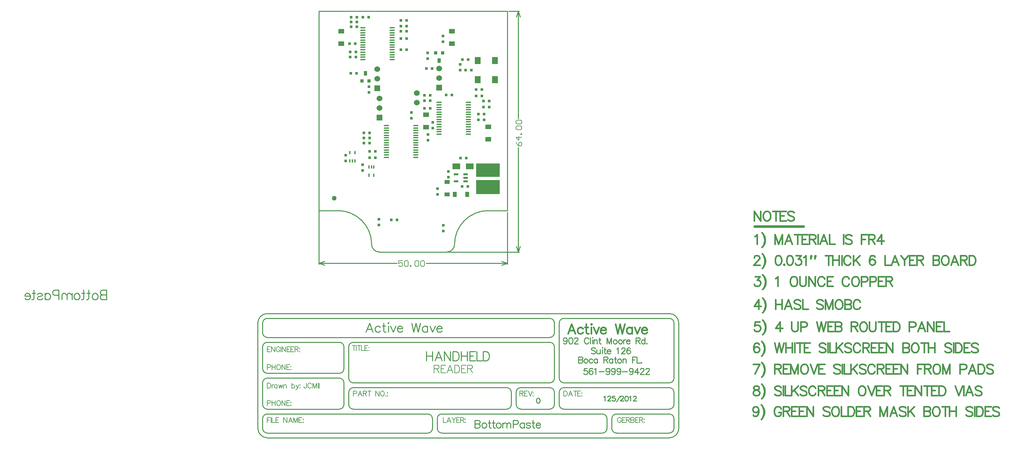
<source format=gbp>
%FSLAX23Y23*%
%MOIN*%
G70*
G01*
G75*
G04 Layer_Color=128*
%ADD10R,0.050X0.020*%
%ADD11R,0.030X0.030*%
%ADD12R,0.030X0.030*%
%ADD13R,0.059X0.031*%
%ADD14R,0.040X0.055*%
%ADD15R,0.050X0.036*%
%ADD16R,0.036X0.036*%
%ADD17R,0.050X0.150*%
%ADD18R,0.030X0.020*%
%ADD19R,0.024X0.024*%
%ADD20O,0.080X0.024*%
%ADD21O,0.060X0.016*%
%ADD22R,0.024X0.090*%
%ADD23R,0.100X0.024*%
%ADD24R,0.024X0.070*%
%ADD25R,0.090X0.024*%
%ADD26R,0.025X0.055*%
%ADD27R,0.025X0.095*%
%ADD28O,0.060X0.016*%
%ADD29R,0.020X0.039*%
%ADD30R,0.039X0.039*%
%ADD31R,0.047X0.047*%
%ADD32C,0.050*%
%ADD33R,0.031X0.059*%
%ADD34R,0.055X0.040*%
%ADD35R,0.036X0.036*%
%ADD36R,0.036X0.050*%
%ADD37R,0.095X0.025*%
%ADD38R,0.055X0.025*%
%ADD39R,0.047X0.047*%
%ADD40O,0.016X0.060*%
%ADD41R,0.050X0.060*%
%ADD42C,0.008*%
%ADD43C,0.014*%
%ADD44C,0.012*%
%ADD45C,0.030*%
%ADD46C,0.010*%
%ADD47C,0.020*%
%ADD48C,0.006*%
%ADD49C,0.009*%
%ADD50C,0.005*%
%ADD51C,0.015*%
%ADD52C,0.025*%
%ADD53R,0.062X0.062*%
%ADD54C,0.062*%
%ADD55C,0.110*%
%ADD56C,0.045*%
%ADD57C,0.022*%
%ADD58C,0.060*%
%ADD59R,0.014X0.035*%
%ADD60R,0.014X0.035*%
%ADD61R,0.059X0.075*%
%ADD62R,0.250X0.150*%
%ADD63R,0.250X0.140*%
%ADD64R,0.080X0.060*%
%ADD65R,0.063X0.051*%
%ADD66O,0.060X0.014*%
%ADD67R,0.060X0.060*%
%ADD68C,0.010*%
D10*
X549Y813D02*
D03*
X449D02*
D03*
Y738D02*
D03*
X549Y776D02*
D03*
Y738D02*
D03*
D11*
X-69Y2310D02*
D03*
X-129D02*
D03*
X179Y1504D02*
D03*
X119D02*
D03*
X512Y687D02*
D03*
X572D02*
D03*
X734Y1515D02*
D03*
X794D02*
D03*
X120Y1639D02*
D03*
X180D02*
D03*
X-664Y2178D02*
D03*
X-604D02*
D03*
X-129Y2422D02*
D03*
X-69D02*
D03*
X-465Y2455D02*
D03*
X-525D02*
D03*
X658Y1632D02*
D03*
X718D02*
D03*
X-658Y2092D02*
D03*
X-598D02*
D03*
X-587Y2356D02*
D03*
X-647D02*
D03*
X742Y1382D02*
D03*
X682D02*
D03*
Y1444D02*
D03*
X742D02*
D03*
X-454Y1054D02*
D03*
X-394D02*
D03*
X-395Y986D02*
D03*
X-455D02*
D03*
X-454Y1246D02*
D03*
X-514D02*
D03*
X-69Y2115D02*
D03*
X-129D02*
D03*
X-652Y1870D02*
D03*
X-592D02*
D03*
X-454Y1191D02*
D03*
X-514D02*
D03*
X140Y1919D02*
D03*
X200D02*
D03*
X-167Y337D02*
D03*
X-227D02*
D03*
X556Y983D02*
D03*
X496D02*
D03*
X610Y1901D02*
D03*
X550D02*
D03*
X-69Y2363D02*
D03*
X-129D02*
D03*
X-587Y2455D02*
D03*
X-647D02*
D03*
X718Y1698D02*
D03*
X658D02*
D03*
X734Y1578D02*
D03*
X794D02*
D03*
X120Y1583D02*
D03*
X180D02*
D03*
X-598Y2039D02*
D03*
X-658D02*
D03*
X-647Y2407D02*
D03*
X-587D02*
D03*
X577Y2012D02*
D03*
X517D02*
D03*
X-514Y1138D02*
D03*
X-454D02*
D03*
X-69Y2232D02*
D03*
X-129D02*
D03*
X344Y1641D02*
D03*
X404D02*
D03*
D12*
X368Y783D02*
D03*
Y843D02*
D03*
X493Y1901D02*
D03*
Y1961D02*
D03*
X-461Y1729D02*
D03*
Y1669D02*
D03*
X152Y2024D02*
D03*
Y2084D02*
D03*
X157Y1169D02*
D03*
Y1229D02*
D03*
X-18Y1458D02*
D03*
Y1398D02*
D03*
X-358Y281D02*
D03*
Y341D02*
D03*
X316Y279D02*
D03*
Y219D02*
D03*
X256Y604D02*
D03*
Y664D02*
D03*
X-706Y1012D02*
D03*
Y952D02*
D03*
X-527Y912D02*
D03*
Y852D02*
D03*
X207Y1355D02*
D03*
Y1295D02*
D03*
X313Y2260D02*
D03*
Y2200D02*
D03*
D14*
X567Y601D02*
D03*
X437D02*
D03*
D32*
X-824Y561D02*
D03*
D34*
X354Y731D02*
D03*
Y601D02*
D03*
D35*
X235Y2084D02*
D03*
X310D02*
D03*
X-461Y1790D02*
D03*
X-536D02*
D03*
D36*
X273Y2004D02*
D03*
X-499Y1870D02*
D03*
D42*
X-1115Y-1372D02*
Y-1412D01*
X-1117Y-1420D01*
X-1120Y-1422D01*
X-1125Y-1425D01*
X-1130D01*
X-1135Y-1422D01*
X-1137Y-1420D01*
X-1140Y-1412D01*
Y-1407D01*
X-1063Y-1384D02*
X-1065Y-1379D01*
X-1070Y-1374D01*
X-1076Y-1372D01*
X-1086D01*
X-1091Y-1374D01*
X-1096Y-1379D01*
X-1098Y-1384D01*
X-1101Y-1392D01*
Y-1405D01*
X-1098Y-1412D01*
X-1096Y-1417D01*
X-1091Y-1422D01*
X-1086Y-1425D01*
X-1076D01*
X-1070Y-1422D01*
X-1065Y-1417D01*
X-1063Y-1412D01*
X-1048Y-1372D02*
Y-1425D01*
Y-1372D02*
X-1028Y-1425D01*
X-1007Y-1372D02*
X-1028Y-1425D01*
X-1007Y-1372D02*
Y-1425D01*
X-992Y-1372D02*
Y-1425D01*
X-981Y-1372D02*
Y-1425D01*
X220Y-1184D02*
Y-1264D01*
Y-1184D02*
X254D01*
X266Y-1188D01*
X270Y-1192D01*
X273Y-1200D01*
Y-1207D01*
X270Y-1215D01*
X266Y-1219D01*
X254Y-1222D01*
X220D01*
X247D02*
X273Y-1264D01*
X341Y-1184D02*
X291D01*
Y-1264D01*
X341D01*
X291Y-1222D02*
X322D01*
X415Y-1264D02*
X385Y-1184D01*
X354Y-1264D01*
X365Y-1238D02*
X404D01*
X434Y-1184D02*
Y-1264D01*
Y-1184D02*
X460D01*
X472Y-1188D01*
X479Y-1196D01*
X483Y-1203D01*
X487Y-1215D01*
Y-1234D01*
X483Y-1245D01*
X479Y-1253D01*
X472Y-1261D01*
X460Y-1264D01*
X434D01*
X554Y-1184D02*
X505D01*
Y-1264D01*
X554D01*
X505Y-1222D02*
X535D01*
X568Y-1184D02*
Y-1264D01*
Y-1184D02*
X602D01*
X613Y-1188D01*
X617Y-1192D01*
X621Y-1200D01*
Y-1207D01*
X617Y-1215D01*
X613Y-1219D01*
X602Y-1222D01*
X568D01*
X594D02*
X621Y-1264D01*
D46*
X-3205Y-399D02*
Y-499D01*
Y-399D02*
X-3248D01*
X-3262Y-404D01*
X-3267Y-408D01*
X-3272Y-418D01*
Y-427D01*
X-3267Y-437D01*
X-3262Y-442D01*
X-3248Y-446D01*
X-3205D02*
X-3248D01*
X-3262Y-451D01*
X-3267Y-456D01*
X-3272Y-465D01*
Y-480D01*
X-3267Y-489D01*
X-3262Y-494D01*
X-3248Y-499D01*
X-3205D01*
X-3318Y-432D02*
X-3308Y-437D01*
X-3299Y-446D01*
X-3294Y-461D01*
Y-470D01*
X-3299Y-484D01*
X-3308Y-494D01*
X-3318Y-499D01*
X-3332D01*
X-3342Y-494D01*
X-3351Y-484D01*
X-3356Y-470D01*
Y-461D01*
X-3351Y-446D01*
X-3342Y-437D01*
X-3332Y-432D01*
X-3318D01*
X-3392Y-399D02*
Y-480D01*
X-3397Y-494D01*
X-3406Y-499D01*
X-3416D01*
X-3378Y-432D02*
X-3411D01*
X-3444Y-399D02*
Y-480D01*
X-3449Y-494D01*
X-3459Y-499D01*
X-3468D01*
X-3430Y-432D02*
X-3464D01*
X-3506D02*
X-3497Y-437D01*
X-3487Y-446D01*
X-3483Y-461D01*
Y-470D01*
X-3487Y-484D01*
X-3497Y-494D01*
X-3506Y-499D01*
X-3521D01*
X-3530Y-494D01*
X-3540Y-484D01*
X-3544Y-470D01*
Y-461D01*
X-3540Y-446D01*
X-3530Y-437D01*
X-3521Y-432D01*
X-3506D01*
X-3566D02*
Y-499D01*
Y-451D02*
X-3581Y-437D01*
X-3590Y-432D01*
X-3604D01*
X-3614Y-437D01*
X-3619Y-451D01*
Y-499D01*
Y-451D02*
X-3633Y-437D01*
X-3643Y-432D01*
X-3657D01*
X-3666Y-437D01*
X-3671Y-451D01*
Y-499D01*
X-3703Y-451D02*
X-3745D01*
X-3760Y-446D01*
X-3764Y-442D01*
X-3769Y-432D01*
Y-418D01*
X-3764Y-408D01*
X-3760Y-404D01*
X-3745Y-399D01*
X-3703D01*
Y-499D01*
X-3849Y-432D02*
Y-499D01*
Y-446D02*
X-3839Y-437D01*
X-3830Y-432D01*
X-3815D01*
X-3806Y-437D01*
X-3796Y-446D01*
X-3792Y-461D01*
Y-470D01*
X-3796Y-484D01*
X-3806Y-494D01*
X-3815Y-499D01*
X-3830D01*
X-3839Y-494D01*
X-3849Y-484D01*
X-3928Y-446D02*
X-3923Y-437D01*
X-3909Y-432D01*
X-3894D01*
X-3880Y-437D01*
X-3875Y-446D01*
X-3880Y-456D01*
X-3890Y-461D01*
X-3913Y-465D01*
X-3923Y-470D01*
X-3928Y-480D01*
Y-484D01*
X-3923Y-494D01*
X-3909Y-499D01*
X-3894D01*
X-3880Y-494D01*
X-3875Y-484D01*
X-3963Y-399D02*
Y-480D01*
X-3968Y-494D01*
X-3977Y-499D01*
X-3987D01*
X-3949Y-432D02*
X-3982D01*
X-4001Y-461D02*
X-4058D01*
Y-451D01*
X-4053Y-442D01*
X-4049Y-437D01*
X-4039Y-432D01*
X-4025D01*
X-4015Y-437D01*
X-4006Y-446D01*
X-4001Y-461D01*
Y-470D01*
X-4006Y-484D01*
X-4015Y-494D01*
X-4025Y-499D01*
X-4039D01*
X-4049Y-494D01*
X-4058Y-484D01*
X647Y-1760D02*
Y-1840D01*
Y-1760D02*
X681D01*
X693Y-1764D01*
X697Y-1768D01*
X700Y-1775D01*
Y-1783D01*
X697Y-1790D01*
X693Y-1794D01*
X681Y-1798D01*
X647D02*
X681D01*
X693Y-1802D01*
X697Y-1806D01*
X700Y-1813D01*
Y-1825D01*
X697Y-1832D01*
X693Y-1836D01*
X681Y-1840D01*
X647D01*
X737Y-1787D02*
X730Y-1790D01*
X722Y-1798D01*
X718Y-1810D01*
Y-1817D01*
X722Y-1829D01*
X730Y-1836D01*
X737Y-1840D01*
X749D01*
X756Y-1836D01*
X764Y-1829D01*
X768Y-1817D01*
Y-1810D01*
X764Y-1798D01*
X756Y-1790D01*
X749Y-1787D01*
X737D01*
X797Y-1760D02*
Y-1825D01*
X800Y-1836D01*
X808Y-1840D01*
X816D01*
X785Y-1787D02*
X812D01*
X839Y-1760D02*
Y-1825D01*
X842Y-1836D01*
X850Y-1840D01*
X858D01*
X827Y-1787D02*
X854D01*
X888D02*
X880Y-1790D01*
X873Y-1798D01*
X869Y-1810D01*
Y-1817D01*
X873Y-1829D01*
X880Y-1836D01*
X888Y-1840D01*
X900D01*
X907Y-1836D01*
X915Y-1829D01*
X919Y-1817D01*
Y-1810D01*
X915Y-1798D01*
X907Y-1790D01*
X900Y-1787D01*
X888D01*
X936D02*
Y-1840D01*
Y-1802D02*
X948Y-1790D01*
X955Y-1787D01*
X967D01*
X974Y-1790D01*
X978Y-1802D01*
Y-1840D01*
Y-1802D02*
X989Y-1790D01*
X997Y-1787D01*
X1008D01*
X1016Y-1790D01*
X1020Y-1802D01*
Y-1840D01*
X1045Y-1802D02*
X1079D01*
X1091Y-1798D01*
X1095Y-1794D01*
X1098Y-1787D01*
Y-1775D01*
X1095Y-1768D01*
X1091Y-1764D01*
X1079Y-1760D01*
X1045D01*
Y-1840D01*
X1162Y-1787D02*
Y-1840D01*
Y-1798D02*
X1154Y-1790D01*
X1147Y-1787D01*
X1135D01*
X1128Y-1790D01*
X1120Y-1798D01*
X1116Y-1810D01*
Y-1817D01*
X1120Y-1829D01*
X1128Y-1836D01*
X1135Y-1840D01*
X1147D01*
X1154Y-1836D01*
X1162Y-1829D01*
X1225Y-1798D02*
X1221Y-1790D01*
X1210Y-1787D01*
X1199D01*
X1187Y-1790D01*
X1183Y-1798D01*
X1187Y-1806D01*
X1195Y-1810D01*
X1214Y-1813D01*
X1221Y-1817D01*
X1225Y-1825D01*
Y-1829D01*
X1221Y-1836D01*
X1210Y-1840D01*
X1199D01*
X1187Y-1836D01*
X1183Y-1829D01*
X1253Y-1760D02*
Y-1825D01*
X1257Y-1836D01*
X1265Y-1840D01*
X1272D01*
X1242Y-1787D02*
X1269D01*
X1284Y-1810D02*
X1330D01*
Y-1802D01*
X1326Y-1794D01*
X1322Y-1790D01*
X1314Y-1787D01*
X1303D01*
X1295Y-1790D01*
X1288Y-1798D01*
X1284Y-1810D01*
Y-1817D01*
X1288Y-1829D01*
X1295Y-1836D01*
X1303Y-1840D01*
X1314D01*
X1322Y-1836D01*
X1330Y-1829D01*
X984Y-126D02*
Y417D01*
X-984Y-126D02*
Y435D01*
X135Y-116D02*
X984D01*
X-984D02*
X-167D01*
X924Y-96D02*
X984Y-116D01*
X924Y-136D02*
X984Y-116D01*
X-984D02*
X-924Y-136D01*
X-984Y-116D02*
X-924Y-96D01*
X1000Y2520D02*
X1108D01*
X369Y-0D02*
X1108D01*
X1098Y1395D02*
Y2520D01*
Y-0D02*
Y1093D01*
X1078Y2460D02*
X1098Y2520D01*
X1118Y2460D01*
X1098Y-0D02*
X1118Y60D01*
X1078D02*
X1098Y-0D01*
X354D02*
G03*
X433Y79I0J79D01*
G01*
X-433D02*
G03*
X-354Y-0I79J0D01*
G01*
X787Y433D02*
G03*
X433Y79I0J-354D01*
G01*
X-433D02*
G03*
X-787Y433I-354J0D01*
G01*
X-985Y2520D02*
X985D01*
X984Y432D02*
Y2520D01*
X787Y433D02*
X985Y433D01*
X-354Y0D02*
X354D01*
X-985Y433D02*
Y2520D01*
Y433D02*
X-787D01*
X2727Y-1468D02*
G03*
X2678Y-1419I-49J0D01*
G01*
X1577D02*
G03*
X1527Y-1469I0J-50D01*
G01*
X2677Y-1369D02*
G03*
X2727Y-1319I0J50D01*
G01*
X1527D02*
G03*
X1577Y-1369I50J0D01*
G01*
X-1523Y-644D02*
G03*
X-1623Y-744I0J-100D01*
G01*
Y-1843D02*
G03*
X-1524Y-1944I101J0D01*
G01*
X2677Y-1944D02*
G03*
X2777Y-1844I0J100D01*
G01*
Y-744D02*
G03*
X2677Y-644I-100J0D01*
G01*
X2727Y-743D02*
G03*
X2676Y-694I-49J0D01*
G01*
X2677Y-1644D02*
G03*
X2727Y-1594I0J50D01*
G01*
X2727Y-1743D02*
G03*
X2677Y-1694I-50J-1D01*
G01*
Y-1894D02*
G03*
X2727Y-1844I0J50D01*
G01*
X1427Y-1644D02*
G03*
X1477Y-1594I0J50D01*
G01*
X1527Y-1595D02*
G03*
X1577Y-1644I49J0D01*
G01*
X1477Y-1468D02*
G03*
X1428Y-1419I-49J0D01*
G01*
X-1573Y-1844D02*
G03*
X-1524Y-1894I50J0D01*
G01*
X1428Y-1369D02*
G03*
X1477Y-1319I-1J50D01*
G01*
X-1523Y-1694D02*
G03*
X-1573Y-1744I0J-50D01*
G01*
X1477Y-994D02*
G03*
X1427Y-944I-50J0D01*
G01*
Y-894D02*
G03*
X1477Y-844I0J50D01*
G01*
X1577Y-694D02*
G03*
X1527Y-744I0J-50D01*
G01*
X1477D02*
G03*
X1427Y-694I-50J0D01*
G01*
X-1523D02*
G03*
X-1573Y-744I0J-50D01*
G01*
Y-844D02*
G03*
X-1523Y-894I50J0D01*
G01*
Y-944D02*
G03*
X-1573Y-994I0J-50D01*
G01*
Y-1219D02*
G03*
X-1523Y-1269I50J0D01*
G01*
Y-1319D02*
G03*
X-1573Y-1369I0J-50D01*
G01*
Y-1594D02*
G03*
X-1524Y-1644I50J0D01*
G01*
X-623Y-944D02*
G03*
X-673Y-994I0J-50D01*
G01*
X-623Y-1419D02*
G03*
X-673Y-1469I0J-50D01*
G01*
X1125Y-1419D02*
G03*
X1077Y-1469I0J-48D01*
G01*
X1077Y-1593D02*
G03*
X1127Y-1644I51J0D01*
G01*
X978Y-1644D02*
G03*
X1027Y-1594I0J49D01*
G01*
X1027Y-1468D02*
G03*
X978Y-1419I-49J0D01*
G01*
X-772Y-1644D02*
G03*
X-723Y-1595I0J49D01*
G01*
X-673D02*
G03*
X-624Y-1644I49J0D01*
G01*
X-673Y-1320D02*
G03*
X-624Y-1369I49J0D01*
G01*
X-723Y-1368D02*
G03*
X-774Y-1319I-49J0D01*
G01*
X-771Y-1269D02*
G03*
X-723Y-1221I0J48D01*
G01*
Y-993D02*
G03*
X-772Y-944I-49J0D01*
G01*
X2127Y-1694D02*
G03*
X2077Y-1744I0J-50D01*
G01*
Y-1845D02*
G03*
X2127Y-1894I49J0D01*
G01*
X1978Y-1894D02*
G03*
X2027Y-1844I1J48D01*
G01*
X2027Y-1744D02*
G03*
X1977Y-1694I-50J0D01*
G01*
X252Y-1844D02*
G03*
X301Y-1894I50J0D01*
G01*
X302Y-1694D02*
G03*
X252Y-1744I0J-50D01*
G01*
X153Y-1894D02*
G03*
X202Y-1844I1J48D01*
G01*
X202Y-1744D02*
G03*
X152Y-1694I-50J0D01*
G01*
X2727Y-1594D02*
Y-1468D01*
X1527Y-1594D02*
Y-1469D01*
X2727Y-1319D02*
Y-744D01*
X1527Y-1319D02*
Y-744D01*
X-1623Y-1844D02*
Y-744D01*
X-1573Y-1844D02*
Y-1744D01*
X2727Y-1844D02*
Y-1744D01*
X1477Y-1594D02*
Y-1469D01*
X1077Y-1594D02*
Y-1469D01*
X-673Y-1594D02*
Y-1469D01*
X1027Y-1594D02*
Y-1469D01*
X-673Y-1319D02*
Y-994D01*
X1477Y-1319D02*
Y-994D01*
Y-844D02*
Y-744D01*
X-1573Y-844D02*
Y-744D01*
X-723Y-1219D02*
Y-994D01*
X-1573Y-1219D02*
Y-994D01*
X-723Y-1594D02*
Y-1369D01*
X-1573Y-1594D02*
Y-1369D01*
X2777Y-1844D02*
Y-744D01*
X2077Y-1844D02*
Y-1744D01*
X2027Y-1844D02*
Y-1744D01*
X252Y-1844D02*
Y-1744D01*
X202Y-1844D02*
Y-1744D01*
X1577Y-1419D02*
X2677D01*
X1577Y-1369D02*
X2677D01*
X-623D02*
X1427D01*
X1577Y-694D02*
X2677D01*
X1577Y-1644D02*
X2677D01*
X1127Y-1419D02*
X1427D01*
X1127Y-1644D02*
X1427D01*
X-623D02*
X977D01*
X-623Y-1419D02*
X977D01*
X-623Y-944D02*
X1427D01*
X-1523Y-894D02*
X1427D01*
X-1523Y-944D02*
X-773D01*
X-1523Y-1269D02*
X-773D01*
X-1523Y-1319D02*
X-773D01*
X-1523Y-1644D02*
X-773D01*
X-1523Y-644D02*
X2677D01*
X-1523Y-1944D02*
X2677D01*
X-1523Y-694D02*
X1427D01*
X2127Y-1694D02*
X2677D01*
X2127Y-1894D02*
X2677D01*
X302Y-1694D02*
X1977D01*
X-1523D02*
X152D01*
X-1523Y-1894D02*
X152D01*
X302D02*
X1977D01*
X1728Y-1096D02*
Y-1160D01*
Y-1096D02*
X1756D01*
X1765Y-1099D01*
X1768Y-1102D01*
X1771Y-1108D01*
Y-1114D01*
X1768Y-1120D01*
X1765Y-1123D01*
X1756Y-1126D01*
X1728D02*
X1756D01*
X1765Y-1129D01*
X1768Y-1132D01*
X1771Y-1138D01*
Y-1148D01*
X1768Y-1154D01*
X1765Y-1157D01*
X1756Y-1160D01*
X1728D01*
X1800Y-1117D02*
X1794Y-1120D01*
X1788Y-1126D01*
X1785Y-1135D01*
Y-1141D01*
X1788Y-1151D01*
X1794Y-1157D01*
X1800Y-1160D01*
X1809D01*
X1816Y-1157D01*
X1822Y-1151D01*
X1825Y-1141D01*
Y-1135D01*
X1822Y-1126D01*
X1816Y-1120D01*
X1809Y-1117D01*
X1800D01*
X1875Y-1126D02*
X1869Y-1120D01*
X1863Y-1117D01*
X1854D01*
X1848Y-1120D01*
X1842Y-1126D01*
X1839Y-1135D01*
Y-1141D01*
X1842Y-1151D01*
X1848Y-1157D01*
X1854Y-1160D01*
X1863D01*
X1869Y-1157D01*
X1875Y-1151D01*
X1926Y-1117D02*
Y-1160D01*
Y-1126D02*
X1919Y-1120D01*
X1913Y-1117D01*
X1904D01*
X1898Y-1120D01*
X1892Y-1126D01*
X1889Y-1135D01*
Y-1141D01*
X1892Y-1151D01*
X1898Y-1157D01*
X1904Y-1160D01*
X1913D01*
X1919Y-1157D01*
X1926Y-1151D01*
X1993Y-1096D02*
Y-1160D01*
Y-1096D02*
X2020D01*
X2029Y-1099D01*
X2032Y-1102D01*
X2036Y-1108D01*
Y-1114D01*
X2032Y-1120D01*
X2029Y-1123D01*
X2020Y-1126D01*
X1993D01*
X2014D02*
X2036Y-1160D01*
X2086Y-1117D02*
Y-1160D01*
Y-1126D02*
X2080Y-1120D01*
X2074Y-1117D01*
X2065D01*
X2059Y-1120D01*
X2053Y-1126D01*
X2050Y-1135D01*
Y-1141D01*
X2053Y-1151D01*
X2059Y-1157D01*
X2065Y-1160D01*
X2074D01*
X2080Y-1157D01*
X2086Y-1151D01*
X2113Y-1096D02*
Y-1148D01*
X2116Y-1157D01*
X2122Y-1160D01*
X2128D01*
X2103Y-1117D02*
X2125D01*
X2152D02*
X2146Y-1120D01*
X2140Y-1126D01*
X2137Y-1135D01*
Y-1141D01*
X2140Y-1151D01*
X2146Y-1157D01*
X2152Y-1160D01*
X2161D01*
X2167Y-1157D01*
X2174Y-1151D01*
X2177Y-1141D01*
Y-1135D01*
X2174Y-1126D01*
X2167Y-1120D01*
X2161Y-1117D01*
X2152D01*
X2191D02*
Y-1160D01*
Y-1129D02*
X2200Y-1120D01*
X2206Y-1117D01*
X2215D01*
X2221Y-1120D01*
X2224Y-1129D01*
Y-1160D01*
X2291Y-1096D02*
Y-1160D01*
Y-1096D02*
X2331D01*
X2291Y-1126D02*
X2316D01*
X2338Y-1096D02*
Y-1160D01*
X2375D01*
X2385Y-1154D02*
X2382Y-1157D01*
X2385Y-1160D01*
X2388Y-1157D01*
X2385Y-1154D01*
X1608Y-917D02*
X1605Y-926D01*
X1599Y-932D01*
X1589Y-935D01*
X1586D01*
X1577Y-932D01*
X1571Y-926D01*
X1568Y-917D01*
Y-914D01*
X1571Y-905D01*
X1577Y-899D01*
X1586Y-896D01*
X1589D01*
X1599Y-899D01*
X1605Y-905D01*
X1608Y-917D01*
Y-932D01*
X1605Y-948D01*
X1599Y-957D01*
X1589Y-960D01*
X1583D01*
X1574Y-957D01*
X1571Y-951D01*
X1643Y-896D02*
X1634Y-899D01*
X1628Y-908D01*
X1625Y-923D01*
Y-932D01*
X1628Y-948D01*
X1634Y-957D01*
X1643Y-960D01*
X1649D01*
X1659Y-957D01*
X1665Y-948D01*
X1668Y-932D01*
Y-923D01*
X1665Y-908D01*
X1659Y-899D01*
X1649Y-896D01*
X1643D01*
X1685Y-911D02*
Y-908D01*
X1688Y-902D01*
X1691Y-899D01*
X1697Y-896D01*
X1709D01*
X1716Y-899D01*
X1719Y-902D01*
X1722Y-908D01*
Y-914D01*
X1719Y-920D01*
X1713Y-929D01*
X1682Y-960D01*
X1725D01*
X1835Y-911D02*
X1832Y-905D01*
X1826Y-899D01*
X1820Y-896D01*
X1808D01*
X1801Y-899D01*
X1795Y-905D01*
X1792Y-911D01*
X1789Y-920D01*
Y-935D01*
X1792Y-945D01*
X1795Y-951D01*
X1801Y-957D01*
X1808Y-960D01*
X1820D01*
X1826Y-957D01*
X1832Y-951D01*
X1835Y-945D01*
X1853Y-896D02*
Y-960D01*
X1872Y-896D02*
X1876Y-899D01*
X1879Y-896D01*
X1876Y-893D01*
X1872Y-896D01*
X1876Y-917D02*
Y-960D01*
X1890Y-917D02*
Y-960D01*
Y-929D02*
X1899Y-920D01*
X1905Y-917D01*
X1914D01*
X1920Y-920D01*
X1923Y-929D01*
Y-960D01*
X1949Y-896D02*
Y-948D01*
X1952Y-957D01*
X1958Y-960D01*
X1965D01*
X1940Y-917D02*
X1961D01*
X2024Y-896D02*
Y-960D01*
Y-896D02*
X2048Y-960D01*
X2073Y-896D02*
X2048Y-960D01*
X2073Y-896D02*
Y-960D01*
X2106Y-917D02*
X2100Y-920D01*
X2094Y-926D01*
X2091Y-935D01*
Y-941D01*
X2094Y-951D01*
X2100Y-957D01*
X2106Y-960D01*
X2115D01*
X2121Y-957D01*
X2128Y-951D01*
X2131Y-941D01*
Y-935D01*
X2128Y-926D01*
X2121Y-920D01*
X2115Y-917D01*
X2106D01*
X2160D02*
X2154Y-920D01*
X2148Y-926D01*
X2145Y-935D01*
Y-941D01*
X2148Y-951D01*
X2154Y-957D01*
X2160Y-960D01*
X2169D01*
X2175Y-957D01*
X2181Y-951D01*
X2184Y-941D01*
Y-935D01*
X2181Y-926D01*
X2175Y-920D01*
X2169Y-917D01*
X2160D01*
X2198D02*
Y-960D01*
Y-935D02*
X2201Y-926D01*
X2207Y-920D01*
X2213Y-917D01*
X2223D01*
X2228Y-935D02*
X2265D01*
Y-929D01*
X2262Y-923D01*
X2259Y-920D01*
X2253Y-917D01*
X2244D01*
X2238Y-920D01*
X2231Y-926D01*
X2228Y-935D01*
Y-941D01*
X2231Y-951D01*
X2238Y-957D01*
X2244Y-960D01*
X2253D01*
X2259Y-957D01*
X2265Y-951D01*
X2329Y-896D02*
Y-960D01*
Y-896D02*
X2356D01*
X2365Y-899D01*
X2369Y-902D01*
X2372Y-908D01*
Y-914D01*
X2369Y-920D01*
X2365Y-923D01*
X2356Y-926D01*
X2329D01*
X2350D02*
X2372Y-960D01*
X2422Y-896D02*
Y-960D01*
Y-926D02*
X2416Y-920D01*
X2410Y-917D01*
X2401D01*
X2395Y-920D01*
X2389Y-926D01*
X2386Y-935D01*
Y-941D01*
X2389Y-951D01*
X2395Y-957D01*
X2401Y-960D01*
X2410D01*
X2416Y-957D01*
X2422Y-951D01*
X2443Y-954D02*
X2440Y-957D01*
X2443Y-960D01*
X2446Y-957D01*
X2443Y-954D01*
X1820Y-1216D02*
X1789D01*
X1786Y-1243D01*
X1789Y-1240D01*
X1798Y-1237D01*
X1807D01*
X1817Y-1240D01*
X1823Y-1246D01*
X1826Y-1255D01*
Y-1261D01*
X1823Y-1271D01*
X1817Y-1277D01*
X1807Y-1280D01*
X1798D01*
X1789Y-1277D01*
X1786Y-1274D01*
X1783Y-1268D01*
X1877Y-1225D02*
X1874Y-1219D01*
X1864Y-1216D01*
X1858D01*
X1849Y-1219D01*
X1843Y-1228D01*
X1840Y-1243D01*
Y-1258D01*
X1843Y-1271D01*
X1849Y-1277D01*
X1858Y-1280D01*
X1861D01*
X1871Y-1277D01*
X1877Y-1271D01*
X1880Y-1261D01*
Y-1258D01*
X1877Y-1249D01*
X1871Y-1243D01*
X1861Y-1240D01*
X1858D01*
X1849Y-1243D01*
X1843Y-1249D01*
X1840Y-1258D01*
X1894Y-1228D02*
X1900Y-1225D01*
X1909Y-1216D01*
Y-1280D01*
X1941Y-1252D02*
X1995D01*
X2054Y-1237D02*
X2051Y-1246D01*
X2045Y-1252D01*
X2036Y-1255D01*
X2033D01*
X2023Y-1252D01*
X2017Y-1246D01*
X2014Y-1237D01*
Y-1234D01*
X2017Y-1225D01*
X2023Y-1219D01*
X2033Y-1216D01*
X2036D01*
X2045Y-1219D01*
X2051Y-1225D01*
X2054Y-1237D01*
Y-1252D01*
X2051Y-1268D01*
X2045Y-1277D01*
X2036Y-1280D01*
X2030D01*
X2020Y-1277D01*
X2017Y-1271D01*
X2111Y-1237D02*
X2108Y-1246D01*
X2102Y-1252D01*
X2093Y-1255D01*
X2090D01*
X2080Y-1252D01*
X2074Y-1246D01*
X2071Y-1237D01*
Y-1234D01*
X2074Y-1225D01*
X2080Y-1219D01*
X2090Y-1216D01*
X2093D01*
X2102Y-1219D01*
X2108Y-1225D01*
X2111Y-1237D01*
Y-1252D01*
X2108Y-1268D01*
X2102Y-1277D01*
X2093Y-1280D01*
X2087D01*
X2077Y-1277D01*
X2074Y-1271D01*
X2168Y-1237D02*
X2165Y-1246D01*
X2159Y-1252D01*
X2150Y-1255D01*
X2147D01*
X2137Y-1252D01*
X2131Y-1246D01*
X2128Y-1237D01*
Y-1234D01*
X2131Y-1225D01*
X2137Y-1219D01*
X2147Y-1216D01*
X2150D01*
X2159Y-1219D01*
X2165Y-1225D01*
X2168Y-1237D01*
Y-1252D01*
X2165Y-1268D01*
X2159Y-1277D01*
X2150Y-1280D01*
X2144D01*
X2134Y-1277D01*
X2131Y-1271D01*
X2185Y-1252D02*
X2240D01*
X2299Y-1237D02*
X2296Y-1246D01*
X2290Y-1252D01*
X2280Y-1255D01*
X2277D01*
X2268Y-1252D01*
X2262Y-1246D01*
X2259Y-1237D01*
Y-1234D01*
X2262Y-1225D01*
X2268Y-1219D01*
X2277Y-1216D01*
X2280D01*
X2290Y-1219D01*
X2296Y-1225D01*
X2299Y-1237D01*
Y-1252D01*
X2296Y-1268D01*
X2290Y-1277D01*
X2280Y-1280D01*
X2274D01*
X2265Y-1277D01*
X2262Y-1271D01*
X2346Y-1216D02*
X2316Y-1258D01*
X2362D01*
X2346Y-1216D02*
Y-1280D01*
X2376Y-1231D02*
Y-1228D01*
X2379Y-1222D01*
X2382Y-1219D01*
X2388Y-1216D01*
X2400D01*
X2407Y-1219D01*
X2410Y-1222D01*
X2413Y-1228D01*
Y-1234D01*
X2410Y-1240D01*
X2403Y-1249D01*
X2373Y-1280D01*
X2416D01*
X2433Y-1231D02*
Y-1228D01*
X2436Y-1222D01*
X2439Y-1219D01*
X2445Y-1216D01*
X2457D01*
X2463Y-1219D01*
X2467Y-1222D01*
X2470Y-1228D01*
Y-1234D01*
X2467Y-1240D01*
X2460Y-1249D01*
X2430Y-1280D01*
X2473D01*
X1906Y-1010D02*
X1900Y-1004D01*
X1891Y-1001D01*
X1878D01*
X1869Y-1004D01*
X1863Y-1010D01*
Y-1016D01*
X1866Y-1022D01*
X1869Y-1025D01*
X1875Y-1028D01*
X1894Y-1034D01*
X1900Y-1037D01*
X1903Y-1040D01*
X1906Y-1046D01*
Y-1056D01*
X1900Y-1062D01*
X1891Y-1065D01*
X1878D01*
X1869Y-1062D01*
X1863Y-1056D01*
X1920Y-1022D02*
Y-1053D01*
X1923Y-1062D01*
X1929Y-1065D01*
X1938D01*
X1944Y-1062D01*
X1954Y-1053D01*
Y-1022D02*
Y-1065D01*
X1976Y-1001D02*
X1979Y-1004D01*
X1983Y-1001D01*
X1979Y-998D01*
X1976Y-1001D01*
X1979Y-1022D02*
Y-1065D01*
X2003Y-1001D02*
Y-1053D01*
X2006Y-1062D01*
X2012Y-1065D01*
X2018D01*
X1994Y-1022D02*
X2015D01*
X2027Y-1040D02*
X2064D01*
Y-1034D01*
X2061Y-1028D01*
X2058Y-1025D01*
X2052Y-1022D01*
X2043D01*
X2036Y-1025D01*
X2030Y-1031D01*
X2027Y-1040D01*
Y-1046D01*
X2030Y-1056D01*
X2036Y-1062D01*
X2043Y-1065D01*
X2052D01*
X2058Y-1062D01*
X2064Y-1056D01*
X2128Y-1013D02*
X2134Y-1010D01*
X2143Y-1001D01*
Y-1065D01*
X2178Y-1016D02*
Y-1013D01*
X2181Y-1007D01*
X2184Y-1004D01*
X2190Y-1001D01*
X2202D01*
X2208Y-1004D01*
X2211Y-1007D01*
X2214Y-1013D01*
Y-1019D01*
X2211Y-1025D01*
X2205Y-1034D01*
X2175Y-1065D01*
X2217D01*
X2268Y-1010D02*
X2265Y-1004D01*
X2256Y-1001D01*
X2250D01*
X2241Y-1004D01*
X2235Y-1013D01*
X2232Y-1028D01*
Y-1043D01*
X2235Y-1056D01*
X2241Y-1062D01*
X2250Y-1065D01*
X2253D01*
X2262Y-1062D01*
X2268Y-1056D01*
X2271Y-1046D01*
Y-1043D01*
X2268Y-1034D01*
X2262Y-1028D01*
X2253Y-1025D01*
X2250D01*
X2241Y-1028D01*
X2235Y-1034D01*
X2232Y-1043D01*
D48*
X-111Y-92D02*
X-151D01*
Y-122D01*
X-131Y-112D01*
X-121D01*
X-111Y-122D01*
Y-142D01*
X-121Y-152D01*
X-141D01*
X-151Y-142D01*
X-91Y-102D02*
X-81Y-92D01*
X-61D01*
X-51Y-102D01*
Y-142D01*
X-61Y-152D01*
X-81D01*
X-91Y-142D01*
Y-102D01*
X-31Y-152D02*
Y-142D01*
X-21D01*
Y-152D01*
X-31D01*
X19Y-102D02*
X29Y-92D01*
X49D01*
X59Y-102D01*
Y-142D01*
X49Y-152D01*
X29D01*
X19Y-142D01*
Y-102D01*
X79D02*
X89Y-92D01*
X109D01*
X119Y-102D01*
Y-142D01*
X109Y-152D01*
X89D01*
X79Y-142D01*
Y-102D01*
X1074Y1149D02*
X1084Y1129D01*
X1104Y1109D01*
X1124D01*
X1134Y1119D01*
Y1139D01*
X1124Y1149D01*
X1114D01*
X1104Y1139D01*
Y1109D01*
X1134Y1199D02*
X1074D01*
X1104Y1169D01*
Y1209D01*
X1134Y1229D02*
X1124D01*
Y1239D01*
X1134D01*
Y1229D01*
X1084Y1279D02*
X1074Y1289D01*
Y1309D01*
X1084Y1319D01*
X1124D01*
X1134Y1309D01*
Y1289D01*
X1124Y1279D01*
X1084D01*
Y1339D02*
X1074Y1349D01*
Y1369D01*
X1084Y1379D01*
X1124D01*
X1134Y1369D01*
Y1349D01*
X1124Y1339D01*
X1084D01*
D49*
X1305Y-1528D02*
X1297Y-1531D01*
X1292Y-1538D01*
X1290Y-1551D01*
Y-1559D01*
X1292Y-1571D01*
X1297Y-1579D01*
X1305Y-1581D01*
X1310D01*
X1317Y-1579D01*
X1323Y-1571D01*
X1325Y-1559D01*
Y-1551D01*
X1323Y-1538D01*
X1317Y-1531D01*
X1310Y-1528D01*
X1305D01*
X139Y-1041D02*
Y-1137D01*
X203Y-1041D02*
Y-1137D01*
X139Y-1087D02*
X203D01*
X303Y-1137D02*
X266Y-1041D01*
X230Y-1137D01*
X243Y-1105D02*
X289D01*
X325Y-1041D02*
Y-1137D01*
Y-1041D02*
X389Y-1137D01*
Y-1041D02*
Y-1137D01*
X416Y-1041D02*
Y-1137D01*
Y-1041D02*
X448D01*
X461Y-1046D01*
X471Y-1055D01*
X475Y-1064D01*
X480Y-1078D01*
Y-1100D01*
X475Y-1114D01*
X471Y-1123D01*
X461Y-1132D01*
X448Y-1137D01*
X416D01*
X501Y-1041D02*
Y-1137D01*
X565Y-1041D02*
Y-1137D01*
X501Y-1087D02*
X565D01*
X651Y-1041D02*
X592D01*
Y-1137D01*
X651D01*
X592Y-1087D02*
X628D01*
X667Y-1041D02*
Y-1137D01*
X722D01*
X732Y-1041D02*
Y-1137D01*
Y-1041D02*
X764D01*
X778Y-1046D01*
X787Y-1055D01*
X792Y-1064D01*
X796Y-1078D01*
Y-1100D01*
X792Y-1114D01*
X787Y-1123D01*
X778Y-1132D01*
X764Y-1137D01*
X732D01*
X-420Y-839D02*
X-456Y-743D01*
X-493Y-839D01*
X-479Y-807D02*
X-434D01*
X-343Y-789D02*
X-352Y-780D01*
X-361Y-775D01*
X-375D01*
X-384Y-780D01*
X-393Y-789D01*
X-397Y-802D01*
Y-812D01*
X-393Y-825D01*
X-384Y-834D01*
X-375Y-839D01*
X-361D01*
X-352Y-834D01*
X-343Y-825D01*
X-308Y-743D02*
Y-821D01*
X-304Y-834D01*
X-295Y-839D01*
X-285D01*
X-322Y-775D02*
X-290D01*
X-263Y-743D02*
X-258Y-748D01*
X-253Y-743D01*
X-258Y-738D01*
X-263Y-743D01*
X-258Y-775D02*
Y-839D01*
X-237Y-775D02*
X-209Y-839D01*
X-182Y-775D02*
X-209Y-839D01*
X-166Y-802D02*
X-111D01*
Y-793D01*
X-116Y-784D01*
X-120Y-780D01*
X-130Y-775D01*
X-143D01*
X-152Y-780D01*
X-162Y-789D01*
X-166Y-802D01*
Y-812D01*
X-162Y-825D01*
X-152Y-834D01*
X-143Y-839D01*
X-130D01*
X-120Y-834D01*
X-111Y-825D01*
X-15Y-743D02*
X7Y-839D01*
X30Y-743D02*
X7Y-839D01*
X30Y-743D02*
X53Y-839D01*
X76Y-743D02*
X53Y-839D01*
X150Y-775D02*
Y-839D01*
Y-789D02*
X141Y-780D01*
X132Y-775D01*
X118D01*
X109Y-780D01*
X100Y-789D01*
X95Y-802D01*
Y-812D01*
X100Y-825D01*
X109Y-834D01*
X118Y-839D01*
X132D01*
X141Y-834D01*
X150Y-825D01*
X176Y-775D02*
X203Y-839D01*
X231Y-775D02*
X203Y-839D01*
X246Y-802D02*
X301D01*
Y-793D01*
X296Y-784D01*
X292Y-780D01*
X283Y-775D01*
X269D01*
X260Y-780D01*
X251Y-789D01*
X246Y-802D01*
Y-812D01*
X251Y-825D01*
X260Y-834D01*
X269Y-839D01*
X283D01*
X292Y-834D01*
X301Y-825D01*
X1992Y-1516D02*
X1997Y-1514D01*
X2004Y-1506D01*
Y-1559D01*
X2033Y-1519D02*
Y-1516D01*
X2036Y-1511D01*
X2039Y-1509D01*
X2044Y-1506D01*
X2054D01*
X2059Y-1509D01*
X2061Y-1511D01*
X2064Y-1516D01*
Y-1521D01*
X2061Y-1526D01*
X2056Y-1534D01*
X2031Y-1559D01*
X2066D01*
X2109Y-1506D02*
X2083D01*
X2081Y-1529D01*
X2083Y-1526D01*
X2091Y-1524D01*
X2099D01*
X2106Y-1526D01*
X2111Y-1531D01*
X2114Y-1539D01*
Y-1544D01*
X2111Y-1552D01*
X2106Y-1557D01*
X2099Y-1559D01*
X2091D01*
X2083Y-1557D01*
X2081Y-1554D01*
X2078Y-1549D01*
X2126Y-1567D02*
X2161Y-1506D01*
X2167Y-1519D02*
Y-1516D01*
X2170Y-1511D01*
X2173Y-1509D01*
X2178Y-1506D01*
X2188D01*
X2193Y-1509D01*
X2195Y-1511D01*
X2198Y-1516D01*
Y-1521D01*
X2195Y-1526D01*
X2190Y-1534D01*
X2165Y-1559D01*
X2201D01*
X2228Y-1506D02*
X2220Y-1509D01*
X2215Y-1516D01*
X2212Y-1529D01*
Y-1537D01*
X2215Y-1549D01*
X2220Y-1557D01*
X2228Y-1559D01*
X2233D01*
X2240Y-1557D01*
X2245Y-1549D01*
X2248Y-1537D01*
Y-1529D01*
X2245Y-1516D01*
X2240Y-1509D01*
X2233Y-1506D01*
X2228D01*
X2260Y-1516D02*
X2265Y-1514D01*
X2273Y-1506D01*
Y-1559D01*
X2302Y-1519D02*
Y-1516D01*
X2304Y-1511D01*
X2307Y-1509D01*
X2312Y-1506D01*
X2322D01*
X2327Y-1509D01*
X2329Y-1511D01*
X2332Y-1516D01*
Y-1521D01*
X2329Y-1526D01*
X2324Y-1534D01*
X2299Y-1559D01*
X2335D01*
D50*
X1577Y-1453D02*
Y-1506D01*
Y-1453D02*
X1595D01*
X1602Y-1456D01*
X1607Y-1461D01*
X1610Y-1466D01*
X1613Y-1473D01*
Y-1486D01*
X1610Y-1494D01*
X1607Y-1499D01*
X1602Y-1504D01*
X1595Y-1506D01*
X1577D01*
X1665D02*
X1645Y-1453D01*
X1624Y-1506D01*
X1632Y-1489D02*
X1658D01*
X1695Y-1453D02*
Y-1506D01*
X1678Y-1453D02*
X1713D01*
X1752D02*
X1719D01*
Y-1506D01*
X1752D01*
X1719Y-1479D02*
X1740D01*
X1764Y-1471D02*
X1761Y-1473D01*
X1764Y-1476D01*
X1766Y-1473D01*
X1764Y-1471D01*
Y-1501D02*
X1761Y-1504D01*
X1764Y-1506D01*
X1766Y-1504D01*
X1764Y-1501D01*
X1115Y-1453D02*
Y-1506D01*
Y-1453D02*
X1137D01*
X1145Y-1456D01*
X1148Y-1458D01*
X1150Y-1463D01*
Y-1468D01*
X1148Y-1473D01*
X1145Y-1476D01*
X1137Y-1479D01*
X1115D01*
X1132D02*
X1150Y-1506D01*
X1195Y-1453D02*
X1162D01*
Y-1506D01*
X1195D01*
X1162Y-1479D02*
X1182D01*
X1204Y-1453D02*
X1224Y-1506D01*
X1245Y-1453D02*
X1224Y-1506D01*
X1254Y-1471D02*
X1251Y-1473D01*
X1254Y-1476D01*
X1256Y-1473D01*
X1254Y-1471D01*
Y-1501D02*
X1251Y-1504D01*
X1254Y-1506D01*
X1256Y-1504D01*
X1254Y-1501D01*
X-1523Y-1206D02*
X-1500D01*
X-1493Y-1204D01*
X-1490Y-1201D01*
X-1487Y-1196D01*
Y-1188D01*
X-1490Y-1183D01*
X-1493Y-1181D01*
X-1500Y-1178D01*
X-1523D01*
Y-1231D01*
X-1476Y-1178D02*
Y-1231D01*
X-1440Y-1178D02*
Y-1231D01*
X-1476Y-1204D02*
X-1440D01*
X-1410Y-1178D02*
X-1415Y-1181D01*
X-1420Y-1186D01*
X-1423Y-1191D01*
X-1425Y-1198D01*
Y-1211D01*
X-1423Y-1219D01*
X-1420Y-1224D01*
X-1415Y-1229D01*
X-1410Y-1231D01*
X-1400D01*
X-1395Y-1229D01*
X-1390Y-1224D01*
X-1387Y-1219D01*
X-1385Y-1211D01*
Y-1198D01*
X-1387Y-1191D01*
X-1390Y-1186D01*
X-1395Y-1181D01*
X-1400Y-1178D01*
X-1410D01*
X-1372D02*
Y-1231D01*
Y-1178D02*
X-1337Y-1231D01*
Y-1178D02*
Y-1231D01*
X-1289Y-1178D02*
X-1322D01*
Y-1231D01*
X-1289D01*
X-1322Y-1204D02*
X-1302D01*
X-1277Y-1196D02*
X-1280Y-1198D01*
X-1277Y-1201D01*
X-1275Y-1198D01*
X-1277Y-1196D01*
Y-1226D02*
X-1280Y-1229D01*
X-1277Y-1231D01*
X-1275Y-1229D01*
X-1277Y-1226D01*
X-1523Y-1581D02*
X-1500D01*
X-1493Y-1579D01*
X-1490Y-1576D01*
X-1487Y-1571D01*
Y-1563D01*
X-1490Y-1558D01*
X-1493Y-1556D01*
X-1500Y-1553D01*
X-1523D01*
Y-1606D01*
X-1476Y-1553D02*
Y-1606D01*
X-1440Y-1553D02*
Y-1606D01*
X-1476Y-1579D02*
X-1440D01*
X-1410Y-1553D02*
X-1415Y-1556D01*
X-1420Y-1561D01*
X-1423Y-1566D01*
X-1425Y-1573D01*
Y-1586D01*
X-1423Y-1594D01*
X-1420Y-1599D01*
X-1415Y-1604D01*
X-1410Y-1606D01*
X-1400D01*
X-1395Y-1604D01*
X-1390Y-1599D01*
X-1387Y-1594D01*
X-1385Y-1586D01*
Y-1573D01*
X-1387Y-1566D01*
X-1390Y-1561D01*
X-1395Y-1556D01*
X-1400Y-1553D01*
X-1410D01*
X-1372D02*
Y-1606D01*
Y-1553D02*
X-1337Y-1606D01*
Y-1553D02*
Y-1606D01*
X-1289Y-1553D02*
X-1322D01*
Y-1606D01*
X-1289D01*
X-1322Y-1579D02*
X-1302D01*
X-1277Y-1571D02*
X-1280Y-1573D01*
X-1277Y-1576D01*
X-1275Y-1573D01*
X-1277Y-1571D01*
Y-1601D02*
X-1280Y-1604D01*
X-1277Y-1606D01*
X-1275Y-1604D01*
X-1277Y-1601D01*
X317Y-1731D02*
Y-1784D01*
X347D01*
X394D02*
X374Y-1731D01*
X353Y-1784D01*
X361Y-1766D02*
X386D01*
X406Y-1731D02*
X427Y-1756D01*
Y-1784D01*
X447Y-1731D02*
X427Y-1756D01*
X487Y-1731D02*
X454D01*
Y-1784D01*
X487D01*
X454Y-1756D02*
X474D01*
X496Y-1731D02*
Y-1784D01*
Y-1731D02*
X519D01*
X526Y-1733D01*
X529Y-1736D01*
X531Y-1741D01*
Y-1746D01*
X529Y-1751D01*
X526Y-1753D01*
X519Y-1756D01*
X496D01*
X514D02*
X531Y-1784D01*
X546Y-1748D02*
X543Y-1751D01*
X546Y-1753D01*
X548Y-1751D01*
X546Y-1748D01*
Y-1779D02*
X543Y-1781D01*
X546Y-1784D01*
X548Y-1781D01*
X546Y-1779D01*
X-1490Y-991D02*
X-1523D01*
Y-1044D01*
X-1490D01*
X-1523Y-1016D02*
X-1503D01*
X-1481Y-991D02*
Y-1044D01*
Y-991D02*
X-1446Y-1044D01*
Y-991D02*
Y-1044D01*
X-1393Y-1003D02*
X-1395Y-998D01*
X-1400Y-993D01*
X-1405Y-991D01*
X-1416D01*
X-1421Y-993D01*
X-1426Y-998D01*
X-1428Y-1003D01*
X-1431Y-1011D01*
Y-1024D01*
X-1428Y-1031D01*
X-1426Y-1036D01*
X-1421Y-1041D01*
X-1416Y-1044D01*
X-1405D01*
X-1400Y-1041D01*
X-1395Y-1036D01*
X-1393Y-1031D01*
Y-1024D01*
X-1405D02*
X-1393D01*
X-1381Y-991D02*
Y-1044D01*
X-1369Y-991D02*
Y-1044D01*
Y-991D02*
X-1334Y-1044D01*
Y-991D02*
Y-1044D01*
X-1286Y-991D02*
X-1319D01*
Y-1044D01*
X-1286D01*
X-1319Y-1016D02*
X-1299D01*
X-1244Y-991D02*
X-1277D01*
Y-1044D01*
X-1244D01*
X-1277Y-1016D02*
X-1257D01*
X-1235Y-991D02*
Y-1044D01*
Y-991D02*
X-1212D01*
X-1205Y-993D01*
X-1202Y-996D01*
X-1200Y-1001D01*
Y-1006D01*
X-1202Y-1011D01*
X-1205Y-1013D01*
X-1212Y-1016D01*
X-1235D01*
X-1218D02*
X-1200Y-1044D01*
X-1185Y-1008D02*
X-1188Y-1011D01*
X-1185Y-1013D01*
X-1183Y-1011D01*
X-1185Y-1008D01*
Y-1039D02*
X-1188Y-1041D01*
X-1185Y-1044D01*
X-1183Y-1041D01*
X-1185Y-1039D01*
X-623Y-1481D02*
X-600D01*
X-593Y-1479D01*
X-590Y-1476D01*
X-587Y-1471D01*
Y-1463D01*
X-590Y-1458D01*
X-593Y-1456D01*
X-600Y-1453D01*
X-623D01*
Y-1506D01*
X-535D02*
X-555Y-1453D01*
X-576Y-1506D01*
X-568Y-1489D02*
X-542D01*
X-522Y-1453D02*
Y-1506D01*
Y-1453D02*
X-500D01*
X-492Y-1456D01*
X-489Y-1458D01*
X-487Y-1463D01*
Y-1468D01*
X-489Y-1473D01*
X-492Y-1476D01*
X-500Y-1479D01*
X-522D01*
X-505D02*
X-487Y-1506D01*
X-457Y-1453D02*
Y-1506D01*
X-475Y-1453D02*
X-439D01*
X-391D02*
Y-1506D01*
Y-1453D02*
X-356Y-1506D01*
Y-1453D02*
Y-1506D01*
X-326Y-1453D02*
X-331Y-1456D01*
X-336Y-1461D01*
X-338Y-1466D01*
X-341Y-1473D01*
Y-1486D01*
X-338Y-1494D01*
X-336Y-1499D01*
X-331Y-1504D01*
X-326Y-1506D01*
X-315D01*
X-310Y-1504D01*
X-305Y-1499D01*
X-303Y-1494D01*
X-300Y-1486D01*
Y-1473D01*
X-303Y-1466D01*
X-305Y-1461D01*
X-310Y-1456D01*
X-315Y-1453D01*
X-326D01*
X-285Y-1501D02*
X-288Y-1504D01*
X-285Y-1506D01*
X-283Y-1504D01*
X-285Y-1501D01*
X-269Y-1471D02*
X-271Y-1473D01*
X-269Y-1476D01*
X-266Y-1473D01*
X-269Y-1471D01*
Y-1501D02*
X-271Y-1504D01*
X-269Y-1506D01*
X-266Y-1504D01*
X-269Y-1501D01*
X-618Y-978D02*
Y-1031D01*
X-635Y-978D02*
X-600D01*
X-594D02*
Y-1031D01*
X-565Y-978D02*
Y-1031D01*
X-582Y-978D02*
X-547D01*
X-541D02*
Y-1031D01*
X-510D01*
X-471Y-978D02*
X-504D01*
Y-1031D01*
X-471D01*
X-504Y-1004D02*
X-484D01*
X-460Y-996D02*
X-462Y-998D01*
X-460Y-1001D01*
X-457Y-998D01*
X-460Y-996D01*
Y-1026D02*
X-462Y-1029D01*
X-460Y-1031D01*
X-457Y-1029D01*
X-460Y-1026D01*
X-1523Y-1371D02*
Y-1424D01*
Y-1371D02*
X-1505D01*
X-1498Y-1373D01*
X-1493Y-1378D01*
X-1490Y-1383D01*
X-1487Y-1391D01*
Y-1404D01*
X-1490Y-1411D01*
X-1493Y-1416D01*
X-1498Y-1421D01*
X-1505Y-1424D01*
X-1523D01*
X-1476Y-1388D02*
Y-1424D01*
Y-1404D02*
X-1473Y-1396D01*
X-1468Y-1391D01*
X-1463Y-1388D01*
X-1455D01*
X-1420D02*
Y-1424D01*
Y-1396D02*
X-1425Y-1391D01*
X-1430Y-1388D01*
X-1438D01*
X-1443Y-1391D01*
X-1448Y-1396D01*
X-1450Y-1404D01*
Y-1409D01*
X-1448Y-1416D01*
X-1443Y-1421D01*
X-1438Y-1424D01*
X-1430D01*
X-1425Y-1421D01*
X-1420Y-1416D01*
X-1406Y-1388D02*
X-1396Y-1424D01*
X-1385Y-1388D02*
X-1396Y-1424D01*
X-1385Y-1388D02*
X-1375Y-1424D01*
X-1365Y-1388D02*
X-1375Y-1424D01*
X-1353Y-1388D02*
Y-1424D01*
Y-1399D02*
X-1345Y-1391D01*
X-1340Y-1388D01*
X-1332D01*
X-1327Y-1391D01*
X-1325Y-1399D01*
Y-1424D01*
X-1269Y-1371D02*
Y-1424D01*
Y-1396D02*
X-1264Y-1391D01*
X-1259Y-1388D01*
X-1251D01*
X-1246Y-1391D01*
X-1241Y-1396D01*
X-1238Y-1404D01*
Y-1409D01*
X-1241Y-1416D01*
X-1246Y-1421D01*
X-1251Y-1424D01*
X-1259D01*
X-1264Y-1421D01*
X-1269Y-1416D01*
X-1224Y-1388D02*
X-1209Y-1424D01*
X-1194Y-1388D02*
X-1209Y-1424D01*
X-1214Y-1434D01*
X-1219Y-1439D01*
X-1224Y-1442D01*
X-1227D01*
X-1182Y-1388D02*
X-1185Y-1391D01*
X-1182Y-1393D01*
X-1180Y-1391D01*
X-1182Y-1388D01*
Y-1419D02*
X-1185Y-1421D01*
X-1182Y-1424D01*
X-1180Y-1421D01*
X-1182Y-1419D01*
X-1523Y-1731D02*
Y-1784D01*
Y-1731D02*
X-1490D01*
X-1523Y-1756D02*
X-1503D01*
X-1484Y-1731D02*
Y-1784D01*
X-1473Y-1731D02*
Y-1784D01*
X-1442D01*
X-1403Y-1731D02*
X-1436D01*
Y-1784D01*
X-1403D01*
X-1436Y-1756D02*
X-1416D01*
X-1353Y-1731D02*
Y-1784D01*
Y-1731D02*
X-1317Y-1784D01*
Y-1731D02*
Y-1784D01*
X-1262D02*
X-1282Y-1731D01*
X-1302Y-1784D01*
X-1295Y-1766D02*
X-1269D01*
X-1249Y-1731D02*
Y-1784D01*
Y-1731D02*
X-1229Y-1784D01*
X-1209Y-1731D02*
X-1229Y-1784D01*
X-1209Y-1731D02*
Y-1784D01*
X-1160Y-1731D02*
X-1193D01*
Y-1784D01*
X-1160D01*
X-1193Y-1756D02*
X-1173D01*
X-1149Y-1748D02*
X-1152Y-1751D01*
X-1149Y-1753D01*
X-1146Y-1751D01*
X-1149Y-1748D01*
Y-1779D02*
X-1152Y-1781D01*
X-1149Y-1784D01*
X-1146Y-1781D01*
X-1149Y-1779D01*
X2175Y-1743D02*
X2173Y-1738D01*
X2167Y-1733D01*
X2162Y-1731D01*
X2152D01*
X2147Y-1733D01*
X2142Y-1738D01*
X2140Y-1743D01*
X2137Y-1751D01*
Y-1764D01*
X2140Y-1771D01*
X2142Y-1776D01*
X2147Y-1781D01*
X2152Y-1784D01*
X2162D01*
X2167Y-1781D01*
X2173Y-1776D01*
X2175Y-1771D01*
Y-1764D01*
X2162D02*
X2175D01*
X2220Y-1731D02*
X2187D01*
Y-1784D01*
X2220D01*
X2187Y-1756D02*
X2208D01*
X2229Y-1731D02*
Y-1784D01*
Y-1731D02*
X2252D01*
X2260Y-1733D01*
X2262Y-1736D01*
X2265Y-1741D01*
Y-1746D01*
X2262Y-1751D01*
X2260Y-1753D01*
X2252Y-1756D01*
X2229D01*
X2247D02*
X2265Y-1784D01*
X2277Y-1731D02*
Y-1784D01*
Y-1731D02*
X2300D01*
X2307Y-1733D01*
X2310Y-1736D01*
X2312Y-1741D01*
Y-1746D01*
X2310Y-1751D01*
X2307Y-1753D01*
X2300Y-1756D01*
X2277D02*
X2300D01*
X2307Y-1759D01*
X2310Y-1761D01*
X2312Y-1766D01*
Y-1774D01*
X2310Y-1779D01*
X2307Y-1781D01*
X2300Y-1784D01*
X2277D01*
X2357Y-1731D02*
X2324D01*
Y-1784D01*
X2357D01*
X2324Y-1756D02*
X2344D01*
X2366Y-1731D02*
Y-1784D01*
Y-1731D02*
X2389D01*
X2397Y-1733D01*
X2399Y-1736D01*
X2402Y-1741D01*
Y-1746D01*
X2399Y-1751D01*
X2397Y-1753D01*
X2389Y-1756D01*
X2366D01*
X2384D02*
X2402Y-1784D01*
X2416Y-1748D02*
X2414Y-1751D01*
X2416Y-1753D01*
X2419Y-1751D01*
X2416Y-1748D01*
Y-1779D02*
X2414Y-1781D01*
X2416Y-1784D01*
X2419Y-1781D01*
X2416Y-1779D01*
D51*
X1694Y-855D02*
X1656Y-755D01*
X1618Y-855D01*
X1632Y-821D02*
X1680D01*
X1775Y-802D02*
X1765Y-793D01*
X1756Y-788D01*
X1741D01*
X1732Y-793D01*
X1722Y-802D01*
X1718Y-817D01*
Y-826D01*
X1722Y-840D01*
X1732Y-850D01*
X1741Y-855D01*
X1756D01*
X1765Y-850D01*
X1775Y-840D01*
X1810Y-755D02*
Y-836D01*
X1815Y-850D01*
X1825Y-855D01*
X1834D01*
X1796Y-788D02*
X1829D01*
X1858Y-755D02*
X1863Y-760D01*
X1868Y-755D01*
X1863Y-750D01*
X1858Y-755D01*
X1863Y-788D02*
Y-855D01*
X1885Y-788D02*
X1914Y-855D01*
X1942Y-788D02*
X1914Y-855D01*
X1958Y-817D02*
X2016D01*
Y-807D01*
X2011Y-798D01*
X2006Y-793D01*
X1997Y-788D01*
X1982D01*
X1973Y-793D01*
X1963Y-802D01*
X1958Y-817D01*
Y-826D01*
X1963Y-840D01*
X1973Y-850D01*
X1982Y-855D01*
X1997D01*
X2006Y-850D01*
X2016Y-840D01*
X2116Y-755D02*
X2139Y-855D01*
X2163Y-755D02*
X2139Y-855D01*
X2163Y-755D02*
X2187Y-855D01*
X2211Y-755D02*
X2187Y-855D01*
X2288Y-788D02*
Y-855D01*
Y-802D02*
X2278Y-793D01*
X2269Y-788D01*
X2255D01*
X2245Y-793D01*
X2236Y-802D01*
X2231Y-817D01*
Y-826D01*
X2236Y-840D01*
X2245Y-850D01*
X2255Y-855D01*
X2269D01*
X2278Y-850D01*
X2288Y-840D01*
X2315Y-788D02*
X2343Y-855D01*
X2372Y-788D02*
X2343Y-855D01*
X2388Y-817D02*
X2445D01*
Y-807D01*
X2440Y-798D01*
X2436Y-793D01*
X2426Y-788D01*
X2412D01*
X2402Y-793D01*
X2393Y-802D01*
X2388Y-817D01*
Y-826D01*
X2393Y-840D01*
X2402Y-850D01*
X2412Y-855D01*
X2426D01*
X2436Y-850D01*
X2445Y-840D01*
X3611Y-1651D02*
X3606Y-1665D01*
X3597Y-1675D01*
X3582Y-1679D01*
X3578D01*
X3563Y-1675D01*
X3554Y-1665D01*
X3549Y-1651D01*
Y-1646D01*
X3554Y-1632D01*
X3563Y-1622D01*
X3578Y-1617D01*
X3582D01*
X3597Y-1622D01*
X3606Y-1632D01*
X3611Y-1651D01*
Y-1675D01*
X3606Y-1698D01*
X3597Y-1713D01*
X3582Y-1717D01*
X3573D01*
X3559Y-1713D01*
X3554Y-1703D01*
X3638Y-1598D02*
X3648Y-1608D01*
X3657Y-1622D01*
X3667Y-1641D01*
X3671Y-1665D01*
Y-1684D01*
X3667Y-1708D01*
X3657Y-1727D01*
X3648Y-1741D01*
X3638Y-1751D01*
X3648Y-1608D02*
X3657Y-1627D01*
X3662Y-1641D01*
X3667Y-1665D01*
Y-1684D01*
X3662Y-1708D01*
X3657Y-1722D01*
X3648Y-1741D01*
X3846Y-1641D02*
X3841Y-1632D01*
X3831Y-1622D01*
X3822Y-1617D01*
X3803D01*
X3793Y-1622D01*
X3784Y-1632D01*
X3779Y-1641D01*
X3774Y-1655D01*
Y-1679D01*
X3779Y-1694D01*
X3784Y-1703D01*
X3793Y-1713D01*
X3803Y-1717D01*
X3822D01*
X3831Y-1713D01*
X3841Y-1703D01*
X3846Y-1694D01*
Y-1679D01*
X3822D02*
X3846D01*
X3868Y-1617D02*
Y-1717D01*
Y-1617D02*
X3911D01*
X3926Y-1622D01*
X3930Y-1627D01*
X3935Y-1636D01*
Y-1646D01*
X3930Y-1655D01*
X3926Y-1660D01*
X3911Y-1665D01*
X3868D01*
X3902D02*
X3935Y-1717D01*
X4019Y-1617D02*
X3957D01*
Y-1717D01*
X4019D01*
X3957Y-1665D02*
X3996D01*
X4098Y-1617D02*
X4036D01*
Y-1717D01*
X4098D01*
X4036Y-1665D02*
X4074D01*
X4115Y-1617D02*
Y-1717D01*
Y-1617D02*
X4181Y-1717D01*
Y-1617D02*
Y-1717D01*
X4354Y-1632D02*
X4345Y-1622D01*
X4330Y-1617D01*
X4311D01*
X4297Y-1622D01*
X4287Y-1632D01*
Y-1641D01*
X4292Y-1651D01*
X4297Y-1655D01*
X4306Y-1660D01*
X4335Y-1670D01*
X4345Y-1675D01*
X4349Y-1679D01*
X4354Y-1689D01*
Y-1703D01*
X4345Y-1713D01*
X4330Y-1717D01*
X4311D01*
X4297Y-1713D01*
X4287Y-1703D01*
X4405Y-1617D02*
X4395Y-1622D01*
X4386Y-1632D01*
X4381Y-1641D01*
X4376Y-1655D01*
Y-1679D01*
X4381Y-1694D01*
X4386Y-1703D01*
X4395Y-1713D01*
X4405Y-1717D01*
X4424D01*
X4434Y-1713D01*
X4443Y-1703D01*
X4448Y-1694D01*
X4453Y-1679D01*
Y-1655D01*
X4448Y-1641D01*
X4443Y-1632D01*
X4434Y-1622D01*
X4424Y-1617D01*
X4405D01*
X4476D02*
Y-1717D01*
X4533D01*
X4544Y-1617D02*
Y-1717D01*
Y-1617D02*
X4577D01*
X4592Y-1622D01*
X4601Y-1632D01*
X4606Y-1641D01*
X4611Y-1655D01*
Y-1679D01*
X4606Y-1694D01*
X4601Y-1703D01*
X4592Y-1713D01*
X4577Y-1717D01*
X4544D01*
X4695Y-1617D02*
X4633D01*
Y-1717D01*
X4695D01*
X4633Y-1665D02*
X4671D01*
X4712Y-1617D02*
Y-1717D01*
Y-1617D02*
X4754D01*
X4769Y-1622D01*
X4773Y-1627D01*
X4778Y-1636D01*
Y-1646D01*
X4773Y-1655D01*
X4769Y-1660D01*
X4754Y-1665D01*
X4712D01*
X4745D02*
X4778Y-1717D01*
X4879Y-1617D02*
Y-1717D01*
Y-1617D02*
X4917Y-1717D01*
X4955Y-1617D02*
X4917Y-1717D01*
X4955Y-1617D02*
Y-1717D01*
X5060D02*
X5022Y-1617D01*
X4984Y-1717D01*
X4998Y-1684D02*
X5046D01*
X5150Y-1632D02*
X5141Y-1622D01*
X5126Y-1617D01*
X5107D01*
X5093Y-1622D01*
X5083Y-1632D01*
Y-1641D01*
X5088Y-1651D01*
X5093Y-1655D01*
X5102Y-1660D01*
X5131Y-1670D01*
X5141Y-1675D01*
X5145Y-1679D01*
X5150Y-1689D01*
Y-1703D01*
X5141Y-1713D01*
X5126Y-1717D01*
X5107D01*
X5093Y-1713D01*
X5083Y-1703D01*
X5172Y-1617D02*
Y-1717D01*
X5239Y-1617D02*
X5172Y-1684D01*
X5196Y-1660D02*
X5239Y-1717D01*
X5340Y-1617D02*
Y-1717D01*
Y-1617D02*
X5383D01*
X5397Y-1622D01*
X5402Y-1627D01*
X5407Y-1636D01*
Y-1646D01*
X5402Y-1655D01*
X5397Y-1660D01*
X5383Y-1665D01*
X5340D02*
X5383D01*
X5397Y-1670D01*
X5402Y-1675D01*
X5407Y-1684D01*
Y-1698D01*
X5402Y-1708D01*
X5397Y-1713D01*
X5383Y-1717D01*
X5340D01*
X5458Y-1617D02*
X5448Y-1622D01*
X5439Y-1632D01*
X5434Y-1641D01*
X5429Y-1655D01*
Y-1679D01*
X5434Y-1694D01*
X5439Y-1703D01*
X5448Y-1713D01*
X5458Y-1717D01*
X5477D01*
X5486Y-1713D01*
X5496Y-1703D01*
X5500Y-1694D01*
X5505Y-1679D01*
Y-1655D01*
X5500Y-1641D01*
X5496Y-1632D01*
X5486Y-1622D01*
X5477Y-1617D01*
X5458D01*
X5562D02*
Y-1717D01*
X5529Y-1617D02*
X5595D01*
X5607D02*
Y-1717D01*
X5674Y-1617D02*
Y-1717D01*
X5607Y-1665D02*
X5674D01*
X5847Y-1632D02*
X5837Y-1622D01*
X5823Y-1617D01*
X5804D01*
X5789Y-1622D01*
X5780Y-1632D01*
Y-1641D01*
X5785Y-1651D01*
X5789Y-1655D01*
X5799Y-1660D01*
X5828Y-1670D01*
X5837Y-1675D01*
X5842Y-1679D01*
X5847Y-1689D01*
Y-1703D01*
X5837Y-1713D01*
X5823Y-1717D01*
X5804D01*
X5789Y-1713D01*
X5780Y-1703D01*
X5869Y-1617D02*
Y-1717D01*
X5890Y-1617D02*
Y-1717D01*
Y-1617D02*
X5923D01*
X5938Y-1622D01*
X5947Y-1632D01*
X5952Y-1641D01*
X5957Y-1655D01*
Y-1679D01*
X5952Y-1694D01*
X5947Y-1703D01*
X5938Y-1713D01*
X5923Y-1717D01*
X5890D01*
X6041Y-1617D02*
X5979D01*
Y-1717D01*
X6041D01*
X5979Y-1665D02*
X6017D01*
X6124Y-1632D02*
X6115Y-1622D01*
X6100Y-1617D01*
X6081D01*
X6067Y-1622D01*
X6058Y-1632D01*
Y-1641D01*
X6062Y-1651D01*
X6067Y-1655D01*
X6077Y-1660D01*
X6105Y-1670D01*
X6115Y-1675D01*
X6119Y-1679D01*
X6124Y-1689D01*
Y-1703D01*
X6115Y-1713D01*
X6100Y-1717D01*
X6081D01*
X6067Y-1713D01*
X6058Y-1703D01*
X3578Y-1401D02*
X3564Y-1406D01*
X3559Y-1416D01*
Y-1425D01*
X3564Y-1435D01*
X3573Y-1439D01*
X3592Y-1444D01*
X3606Y-1449D01*
X3616Y-1459D01*
X3621Y-1468D01*
Y-1482D01*
X3616Y-1492D01*
X3611Y-1497D01*
X3597Y-1501D01*
X3578D01*
X3564Y-1497D01*
X3559Y-1492D01*
X3554Y-1482D01*
Y-1468D01*
X3559Y-1459D01*
X3568Y-1449D01*
X3583Y-1444D01*
X3602Y-1439D01*
X3611Y-1435D01*
X3616Y-1425D01*
Y-1416D01*
X3611Y-1406D01*
X3597Y-1401D01*
X3578D01*
X3643Y-1382D02*
X3653Y-1392D01*
X3662Y-1406D01*
X3672Y-1425D01*
X3676Y-1449D01*
Y-1468D01*
X3672Y-1492D01*
X3662Y-1511D01*
X3653Y-1525D01*
X3643Y-1535D01*
X3653Y-1392D02*
X3662Y-1411D01*
X3667Y-1425D01*
X3672Y-1449D01*
Y-1468D01*
X3667Y-1492D01*
X3662Y-1506D01*
X3653Y-1525D01*
X3846Y-1416D02*
X3836Y-1406D01*
X3822Y-1401D01*
X3803D01*
X3789Y-1406D01*
X3779Y-1416D01*
Y-1425D01*
X3784Y-1435D01*
X3789Y-1439D01*
X3798Y-1444D01*
X3827Y-1454D01*
X3836Y-1459D01*
X3841Y-1463D01*
X3846Y-1473D01*
Y-1487D01*
X3836Y-1497D01*
X3822Y-1501D01*
X3803D01*
X3789Y-1497D01*
X3779Y-1487D01*
X3868Y-1401D02*
Y-1501D01*
X3889Y-1401D02*
Y-1501D01*
X3946D01*
X3957Y-1401D02*
Y-1501D01*
X4024Y-1401D02*
X3957Y-1468D01*
X3981Y-1444D02*
X4024Y-1501D01*
X4113Y-1416D02*
X4103Y-1406D01*
X4089Y-1401D01*
X4070D01*
X4056Y-1406D01*
X4046Y-1416D01*
Y-1425D01*
X4051Y-1435D01*
X4056Y-1439D01*
X4065Y-1444D01*
X4094Y-1454D01*
X4103Y-1459D01*
X4108Y-1463D01*
X4113Y-1473D01*
Y-1487D01*
X4103Y-1497D01*
X4089Y-1501D01*
X4070D01*
X4056Y-1497D01*
X4046Y-1487D01*
X4207Y-1425D02*
X4202Y-1416D01*
X4192Y-1406D01*
X4183Y-1401D01*
X4164D01*
X4154Y-1406D01*
X4145Y-1416D01*
X4140Y-1425D01*
X4135Y-1439D01*
Y-1463D01*
X4140Y-1478D01*
X4145Y-1487D01*
X4154Y-1497D01*
X4164Y-1501D01*
X4183D01*
X4192Y-1497D01*
X4202Y-1487D01*
X4207Y-1478D01*
X4235Y-1401D02*
Y-1501D01*
Y-1401D02*
X4278D01*
X4292Y-1406D01*
X4297Y-1411D01*
X4301Y-1420D01*
Y-1430D01*
X4297Y-1439D01*
X4292Y-1444D01*
X4278Y-1449D01*
X4235D01*
X4268D02*
X4301Y-1501D01*
X4386Y-1401D02*
X4324D01*
Y-1501D01*
X4386D01*
X4324Y-1449D02*
X4362D01*
X4464Y-1401D02*
X4402D01*
Y-1501D01*
X4464D01*
X4402Y-1449D02*
X4440D01*
X4481Y-1401D02*
Y-1501D01*
Y-1401D02*
X4548Y-1501D01*
Y-1401D02*
Y-1501D01*
X4682Y-1401D02*
X4673Y-1406D01*
X4663Y-1416D01*
X4659Y-1425D01*
X4654Y-1439D01*
Y-1463D01*
X4659Y-1478D01*
X4663Y-1487D01*
X4673Y-1497D01*
X4682Y-1501D01*
X4701D01*
X4711Y-1497D01*
X4720Y-1487D01*
X4725Y-1478D01*
X4730Y-1463D01*
Y-1439D01*
X4725Y-1425D01*
X4720Y-1416D01*
X4711Y-1406D01*
X4701Y-1401D01*
X4682D01*
X4753D02*
X4791Y-1501D01*
X4829Y-1401D02*
X4791Y-1501D01*
X4904Y-1401D02*
X4842D01*
Y-1501D01*
X4904D01*
X4842Y-1449D02*
X4880D01*
X4921Y-1401D02*
Y-1501D01*
Y-1401D02*
X4964D01*
X4978Y-1406D01*
X4983Y-1411D01*
X4988Y-1420D01*
Y-1430D01*
X4983Y-1439D01*
X4978Y-1444D01*
X4964Y-1449D01*
X4921D01*
X4954D02*
X4988Y-1501D01*
X5122Y-1401D02*
Y-1501D01*
X5088Y-1401D02*
X5155D01*
X5229D02*
X5167D01*
Y-1501D01*
X5229D01*
X5167Y-1449D02*
X5205D01*
X5246Y-1401D02*
Y-1501D01*
Y-1401D02*
X5312Y-1501D01*
Y-1401D02*
Y-1501D01*
X5373Y-1401D02*
Y-1501D01*
X5340Y-1401D02*
X5406D01*
X5480D02*
X5418D01*
Y-1501D01*
X5480D01*
X5418Y-1449D02*
X5456D01*
X5497Y-1401D02*
Y-1501D01*
Y-1401D02*
X5530D01*
X5545Y-1406D01*
X5554Y-1416D01*
X5559Y-1425D01*
X5564Y-1439D01*
Y-1463D01*
X5559Y-1478D01*
X5554Y-1487D01*
X5545Y-1497D01*
X5530Y-1501D01*
X5497D01*
X5665Y-1401D02*
X5703Y-1501D01*
X5741Y-1401D02*
X5703Y-1501D01*
X5754Y-1401D02*
Y-1501D01*
X5851D02*
X5813Y-1401D01*
X5774Y-1501D01*
X5789Y-1468D02*
X5836D01*
X5941Y-1416D02*
X5931Y-1406D01*
X5917Y-1401D01*
X5898D01*
X5884Y-1406D01*
X5874Y-1416D01*
Y-1425D01*
X5879Y-1435D01*
X5884Y-1439D01*
X5893Y-1444D01*
X5922Y-1454D01*
X5931Y-1459D01*
X5936Y-1463D01*
X5941Y-1473D01*
Y-1487D01*
X5931Y-1497D01*
X5917Y-1501D01*
X5898D01*
X5884Y-1497D01*
X5874Y-1487D01*
X3621Y-1174D02*
X3573Y-1274D01*
X3554Y-1174D02*
X3621D01*
X3643Y-1155D02*
X3653Y-1165D01*
X3662Y-1179D01*
X3672Y-1198D01*
X3676Y-1222D01*
Y-1241D01*
X3672Y-1265D01*
X3662Y-1284D01*
X3653Y-1298D01*
X3643Y-1308D01*
X3653Y-1165D02*
X3662Y-1184D01*
X3667Y-1198D01*
X3672Y-1222D01*
Y-1241D01*
X3667Y-1265D01*
X3662Y-1279D01*
X3653Y-1298D01*
X3779Y-1174D02*
Y-1274D01*
Y-1174D02*
X3822D01*
X3836Y-1179D01*
X3841Y-1184D01*
X3846Y-1193D01*
Y-1203D01*
X3841Y-1212D01*
X3836Y-1217D01*
X3822Y-1222D01*
X3779D01*
X3813D02*
X3846Y-1274D01*
X3930Y-1174D02*
X3868D01*
Y-1274D01*
X3930D01*
X3868Y-1222D02*
X3906D01*
X3947Y-1174D02*
Y-1274D01*
Y-1174D02*
X3985Y-1274D01*
X4023Y-1174D02*
X3985Y-1274D01*
X4023Y-1174D02*
Y-1274D01*
X4080Y-1174D02*
X4071Y-1179D01*
X4061Y-1189D01*
X4056Y-1198D01*
X4052Y-1212D01*
Y-1236D01*
X4056Y-1251D01*
X4061Y-1260D01*
X4071Y-1270D01*
X4080Y-1274D01*
X4099D01*
X4109Y-1270D01*
X4118Y-1260D01*
X4123Y-1251D01*
X4128Y-1236D01*
Y-1212D01*
X4123Y-1198D01*
X4118Y-1189D01*
X4109Y-1179D01*
X4099Y-1174D01*
X4080D01*
X4151D02*
X4189Y-1274D01*
X4227Y-1174D02*
X4189Y-1274D01*
X4302Y-1174D02*
X4240D01*
Y-1274D01*
X4302D01*
X4240Y-1222D02*
X4278D01*
X4464Y-1189D02*
X4454Y-1179D01*
X4440Y-1174D01*
X4421D01*
X4407Y-1179D01*
X4397Y-1189D01*
Y-1198D01*
X4402Y-1208D01*
X4407Y-1212D01*
X4416Y-1217D01*
X4445Y-1227D01*
X4454Y-1232D01*
X4459Y-1236D01*
X4464Y-1246D01*
Y-1260D01*
X4454Y-1270D01*
X4440Y-1274D01*
X4421D01*
X4407Y-1270D01*
X4397Y-1260D01*
X4486Y-1174D02*
Y-1274D01*
X4507Y-1174D02*
Y-1274D01*
X4564D01*
X4575Y-1174D02*
Y-1274D01*
X4642Y-1174D02*
X4575Y-1241D01*
X4599Y-1217D02*
X4642Y-1274D01*
X4731Y-1189D02*
X4721Y-1179D01*
X4707Y-1174D01*
X4688D01*
X4674Y-1179D01*
X4664Y-1189D01*
Y-1198D01*
X4669Y-1208D01*
X4674Y-1212D01*
X4683Y-1217D01*
X4712Y-1227D01*
X4721Y-1232D01*
X4726Y-1236D01*
X4731Y-1246D01*
Y-1260D01*
X4721Y-1270D01*
X4707Y-1274D01*
X4688D01*
X4674Y-1270D01*
X4664Y-1260D01*
X4825Y-1198D02*
X4820Y-1189D01*
X4810Y-1179D01*
X4801Y-1174D01*
X4782D01*
X4772Y-1179D01*
X4763Y-1189D01*
X4758Y-1198D01*
X4753Y-1212D01*
Y-1236D01*
X4758Y-1251D01*
X4763Y-1260D01*
X4772Y-1270D01*
X4782Y-1274D01*
X4801D01*
X4810Y-1270D01*
X4820Y-1260D01*
X4825Y-1251D01*
X4853Y-1174D02*
Y-1274D01*
Y-1174D02*
X4896D01*
X4910Y-1179D01*
X4915Y-1184D01*
X4919Y-1193D01*
Y-1203D01*
X4915Y-1212D01*
X4910Y-1217D01*
X4896Y-1222D01*
X4853D01*
X4886D02*
X4919Y-1274D01*
X5004Y-1174D02*
X4942D01*
Y-1274D01*
X5004D01*
X4942Y-1222D02*
X4980D01*
X5082Y-1174D02*
X5020D01*
Y-1274D01*
X5082D01*
X5020Y-1222D02*
X5058D01*
X5099Y-1174D02*
Y-1274D01*
Y-1174D02*
X5166Y-1274D01*
Y-1174D02*
Y-1274D01*
X5272Y-1174D02*
Y-1274D01*
Y-1174D02*
X5334D01*
X5272Y-1222D02*
X5310D01*
X5345Y-1174D02*
Y-1274D01*
Y-1174D02*
X5388D01*
X5402Y-1179D01*
X5407Y-1184D01*
X5412Y-1193D01*
Y-1203D01*
X5407Y-1212D01*
X5402Y-1217D01*
X5388Y-1222D01*
X5345D01*
X5378D02*
X5412Y-1274D01*
X5463Y-1174D02*
X5453Y-1179D01*
X5444Y-1189D01*
X5439Y-1198D01*
X5434Y-1212D01*
Y-1236D01*
X5439Y-1251D01*
X5444Y-1260D01*
X5453Y-1270D01*
X5463Y-1274D01*
X5482D01*
X5491Y-1270D01*
X5501Y-1260D01*
X5505Y-1251D01*
X5510Y-1236D01*
Y-1212D01*
X5505Y-1198D01*
X5501Y-1189D01*
X5491Y-1179D01*
X5482Y-1174D01*
X5463D01*
X5534D02*
Y-1274D01*
Y-1174D02*
X5572Y-1274D01*
X5610Y-1174D02*
X5572Y-1274D01*
X5610Y-1174D02*
Y-1274D01*
X5717Y-1227D02*
X5760D01*
X5774Y-1222D01*
X5779Y-1217D01*
X5784Y-1208D01*
Y-1193D01*
X5779Y-1184D01*
X5774Y-1179D01*
X5760Y-1174D01*
X5717D01*
Y-1274D01*
X5882D02*
X5844Y-1174D01*
X5806Y-1274D01*
X5820Y-1241D02*
X5868D01*
X5905Y-1174D02*
Y-1274D01*
Y-1174D02*
X5939D01*
X5953Y-1179D01*
X5963Y-1189D01*
X5967Y-1198D01*
X5972Y-1212D01*
Y-1236D01*
X5967Y-1251D01*
X5963Y-1260D01*
X5953Y-1270D01*
X5939Y-1274D01*
X5905D01*
X6061Y-1189D02*
X6052Y-1179D01*
X6037Y-1174D01*
X6018D01*
X6004Y-1179D01*
X5994Y-1189D01*
Y-1198D01*
X5999Y-1208D01*
X6004Y-1212D01*
X6013Y-1217D01*
X6042Y-1227D01*
X6052Y-1232D01*
X6056Y-1236D01*
X6061Y-1246D01*
Y-1260D01*
X6052Y-1270D01*
X6037Y-1274D01*
X6018D01*
X6004Y-1270D01*
X5994Y-1260D01*
X3616Y-967D02*
X3611Y-957D01*
X3597Y-952D01*
X3588D01*
X3573Y-957D01*
X3564Y-971D01*
X3559Y-995D01*
Y-1019D01*
X3564Y-1038D01*
X3573Y-1048D01*
X3588Y-1052D01*
X3592D01*
X3607Y-1048D01*
X3616Y-1038D01*
X3621Y-1024D01*
Y-1019D01*
X3616Y-1005D01*
X3607Y-995D01*
X3592Y-990D01*
X3588D01*
X3573Y-995D01*
X3564Y-1005D01*
X3559Y-1019D01*
X3643Y-933D02*
X3652Y-943D01*
X3662Y-957D01*
X3671Y-976D01*
X3676Y-1000D01*
Y-1019D01*
X3671Y-1043D01*
X3662Y-1062D01*
X3652Y-1076D01*
X3643Y-1086D01*
X3652Y-943D02*
X3662Y-962D01*
X3667Y-976D01*
X3671Y-1000D01*
Y-1019D01*
X3667Y-1043D01*
X3662Y-1057D01*
X3652Y-1076D01*
X3779Y-952D02*
X3803Y-1052D01*
X3827Y-952D02*
X3803Y-1052D01*
X3827Y-952D02*
X3850Y-1052D01*
X3874Y-952D02*
X3850Y-1052D01*
X3894Y-952D02*
Y-1052D01*
X3961Y-952D02*
Y-1052D01*
X3894Y-1000D02*
X3961D01*
X3988Y-952D02*
Y-1052D01*
X4043Y-952D02*
Y-1052D01*
X4009Y-952D02*
X4076D01*
X4150D02*
X4088D01*
Y-1052D01*
X4150D01*
X4088Y-1000D02*
X4126D01*
X4312Y-967D02*
X4302Y-957D01*
X4288Y-952D01*
X4269D01*
X4255Y-957D01*
X4245Y-967D01*
Y-976D01*
X4250Y-986D01*
X4255Y-990D01*
X4264Y-995D01*
X4293Y-1005D01*
X4302Y-1010D01*
X4307Y-1014D01*
X4312Y-1024D01*
Y-1038D01*
X4302Y-1048D01*
X4288Y-1052D01*
X4269D01*
X4255Y-1048D01*
X4245Y-1038D01*
X4334Y-952D02*
Y-1052D01*
X4355Y-952D02*
Y-1052D01*
X4412D01*
X4423Y-952D02*
Y-1052D01*
X4490Y-952D02*
X4423Y-1019D01*
X4447Y-995D02*
X4490Y-1052D01*
X4579Y-967D02*
X4569Y-957D01*
X4555Y-952D01*
X4536D01*
X4522Y-957D01*
X4512Y-967D01*
Y-976D01*
X4517Y-986D01*
X4522Y-990D01*
X4531Y-995D01*
X4560Y-1005D01*
X4569Y-1010D01*
X4574Y-1014D01*
X4579Y-1024D01*
Y-1038D01*
X4569Y-1048D01*
X4555Y-1052D01*
X4536D01*
X4522Y-1048D01*
X4512Y-1038D01*
X4673Y-976D02*
X4668Y-967D01*
X4658Y-957D01*
X4649Y-952D01*
X4630D01*
X4620Y-957D01*
X4611Y-967D01*
X4606Y-976D01*
X4601Y-990D01*
Y-1014D01*
X4606Y-1029D01*
X4611Y-1038D01*
X4620Y-1048D01*
X4630Y-1052D01*
X4649D01*
X4658Y-1048D01*
X4668Y-1038D01*
X4673Y-1029D01*
X4701Y-952D02*
Y-1052D01*
Y-952D02*
X4744D01*
X4758Y-957D01*
X4763Y-962D01*
X4767Y-971D01*
Y-981D01*
X4763Y-990D01*
X4758Y-995D01*
X4744Y-1000D01*
X4701D01*
X4734D02*
X4767Y-1052D01*
X4852Y-952D02*
X4790D01*
Y-1052D01*
X4852D01*
X4790Y-1000D02*
X4828D01*
X4930Y-952D02*
X4868D01*
Y-1052D01*
X4930D01*
X4868Y-1000D02*
X4906D01*
X4947Y-952D02*
Y-1052D01*
Y-952D02*
X5013Y-1052D01*
Y-952D02*
Y-1052D01*
X5120Y-952D02*
Y-1052D01*
Y-952D02*
X5162D01*
X5177Y-957D01*
X5182Y-962D01*
X5186Y-971D01*
Y-981D01*
X5182Y-990D01*
X5177Y-995D01*
X5162Y-1000D01*
X5120D02*
X5162D01*
X5177Y-1005D01*
X5182Y-1010D01*
X5186Y-1019D01*
Y-1033D01*
X5182Y-1043D01*
X5177Y-1048D01*
X5162Y-1052D01*
X5120D01*
X5237Y-952D02*
X5228Y-957D01*
X5218Y-967D01*
X5213Y-976D01*
X5209Y-990D01*
Y-1014D01*
X5213Y-1029D01*
X5218Y-1038D01*
X5228Y-1048D01*
X5237Y-1052D01*
X5256D01*
X5266Y-1048D01*
X5275Y-1038D01*
X5280Y-1029D01*
X5285Y-1014D01*
Y-990D01*
X5280Y-976D01*
X5275Y-967D01*
X5266Y-957D01*
X5256Y-952D01*
X5237D01*
X5341D02*
Y-1052D01*
X5308Y-952D02*
X5375D01*
X5387D02*
Y-1052D01*
X5453Y-952D02*
Y-1052D01*
X5387Y-1000D02*
X5453D01*
X5626Y-967D02*
X5617Y-957D01*
X5602Y-952D01*
X5583D01*
X5569Y-957D01*
X5560Y-967D01*
Y-976D01*
X5564Y-986D01*
X5569Y-990D01*
X5579Y-995D01*
X5607Y-1005D01*
X5617Y-1010D01*
X5621Y-1014D01*
X5626Y-1024D01*
Y-1038D01*
X5617Y-1048D01*
X5602Y-1052D01*
X5583D01*
X5569Y-1048D01*
X5560Y-1038D01*
X5649Y-952D02*
Y-1052D01*
X5669Y-952D02*
Y-1052D01*
Y-952D02*
X5703D01*
X5717Y-957D01*
X5727Y-967D01*
X5731Y-976D01*
X5736Y-990D01*
Y-1014D01*
X5731Y-1029D01*
X5727Y-1038D01*
X5717Y-1048D01*
X5703Y-1052D01*
X5669D01*
X5820Y-952D02*
X5759D01*
Y-1052D01*
X5820D01*
X5759Y-1000D02*
X5797D01*
X5904Y-967D02*
X5894Y-957D01*
X5880Y-952D01*
X5861D01*
X5847Y-957D01*
X5837Y-967D01*
Y-976D01*
X5842Y-986D01*
X5847Y-990D01*
X5856Y-995D01*
X5885Y-1005D01*
X5894Y-1010D01*
X5899Y-1014D01*
X5904Y-1024D01*
Y-1038D01*
X5894Y-1048D01*
X5880Y-1052D01*
X5861D01*
X5847Y-1048D01*
X5837Y-1038D01*
X3621Y-731D02*
X3574D01*
X3569Y-774D01*
X3574Y-769D01*
X3588Y-765D01*
X3602D01*
X3616Y-769D01*
X3626Y-779D01*
X3631Y-793D01*
Y-803D01*
X3626Y-817D01*
X3616Y-827D01*
X3602Y-831D01*
X3588D01*
X3574Y-827D01*
X3569Y-822D01*
X3564Y-812D01*
X3653Y-712D02*
X3663Y-722D01*
X3672Y-736D01*
X3682Y-755D01*
X3686Y-779D01*
Y-798D01*
X3682Y-822D01*
X3672Y-841D01*
X3663Y-855D01*
X3653Y-865D01*
X3663Y-722D02*
X3672Y-741D01*
X3677Y-755D01*
X3682Y-779D01*
Y-798D01*
X3677Y-822D01*
X3672Y-836D01*
X3663Y-855D01*
X3837Y-731D02*
X3789Y-798D01*
X3861D01*
X3837Y-731D02*
Y-831D01*
X3957Y-731D02*
Y-803D01*
X3962Y-817D01*
X3971Y-827D01*
X3985Y-831D01*
X3995D01*
X4009Y-827D01*
X4019Y-817D01*
X4023Y-803D01*
Y-731D01*
X4051Y-784D02*
X4094D01*
X4108Y-779D01*
X4113Y-774D01*
X4118Y-765D01*
Y-750D01*
X4113Y-741D01*
X4108Y-736D01*
X4094Y-731D01*
X4051D01*
Y-831D01*
X4219Y-731D02*
X4242Y-831D01*
X4266Y-731D02*
X4242Y-831D01*
X4266Y-731D02*
X4290Y-831D01*
X4314Y-731D02*
X4290Y-831D01*
X4396Y-731D02*
X4334D01*
Y-831D01*
X4396D01*
X4334Y-779D02*
X4372D01*
X4412Y-731D02*
Y-831D01*
Y-731D02*
X4455D01*
X4470Y-736D01*
X4474Y-741D01*
X4479Y-750D01*
Y-760D01*
X4474Y-769D01*
X4470Y-774D01*
X4455Y-779D01*
X4412D02*
X4455D01*
X4470Y-784D01*
X4474Y-789D01*
X4479Y-798D01*
Y-812D01*
X4474Y-822D01*
X4470Y-827D01*
X4455Y-831D01*
X4412D01*
X4580Y-731D02*
Y-831D01*
Y-731D02*
X4623D01*
X4637Y-736D01*
X4642Y-741D01*
X4647Y-750D01*
Y-760D01*
X4642Y-769D01*
X4637Y-774D01*
X4623Y-779D01*
X4580D01*
X4613D02*
X4647Y-831D01*
X4698Y-731D02*
X4688Y-736D01*
X4679Y-746D01*
X4674Y-755D01*
X4669Y-769D01*
Y-793D01*
X4674Y-808D01*
X4679Y-817D01*
X4688Y-827D01*
X4698Y-831D01*
X4717D01*
X4726Y-827D01*
X4736Y-817D01*
X4740Y-808D01*
X4745Y-793D01*
Y-769D01*
X4740Y-755D01*
X4736Y-746D01*
X4726Y-736D01*
X4717Y-731D01*
X4698D01*
X4769D02*
Y-803D01*
X4773Y-817D01*
X4783Y-827D01*
X4797Y-831D01*
X4807D01*
X4821Y-827D01*
X4830Y-817D01*
X4835Y-803D01*
Y-731D01*
X4896D02*
Y-831D01*
X4863Y-731D02*
X4929D01*
X5003D02*
X4941D01*
Y-831D01*
X5003D01*
X4941Y-779D02*
X4979D01*
X5020Y-731D02*
Y-831D01*
Y-731D02*
X5053D01*
X5067Y-736D01*
X5077Y-746D01*
X5082Y-755D01*
X5087Y-769D01*
Y-793D01*
X5082Y-808D01*
X5077Y-817D01*
X5067Y-827D01*
X5053Y-831D01*
X5020D01*
X5187Y-784D02*
X5230D01*
X5245Y-779D01*
X5249Y-774D01*
X5254Y-765D01*
Y-750D01*
X5249Y-741D01*
X5245Y-736D01*
X5230Y-731D01*
X5187D01*
Y-831D01*
X5353D02*
X5315Y-731D01*
X5276Y-831D01*
X5291Y-798D02*
X5338D01*
X5376Y-731D02*
Y-831D01*
Y-731D02*
X5443Y-831D01*
Y-731D02*
Y-831D01*
X5532Y-731D02*
X5470D01*
Y-831D01*
X5532D01*
X5470Y-779D02*
X5508D01*
X5549Y-731D02*
Y-831D01*
X5606D01*
X3612Y-499D02*
X3564Y-566D01*
X3635D01*
X3612Y-499D02*
Y-599D01*
X3653Y-480D02*
X3663Y-490D01*
X3672Y-504D01*
X3682Y-523D01*
X3686Y-547D01*
Y-566D01*
X3682Y-590D01*
X3672Y-609D01*
X3663Y-623D01*
X3653Y-633D01*
X3663Y-490D02*
X3672Y-509D01*
X3677Y-523D01*
X3682Y-547D01*
Y-566D01*
X3677Y-590D01*
X3672Y-604D01*
X3663Y-623D01*
X3789Y-499D02*
Y-599D01*
X3856Y-499D02*
Y-599D01*
X3789Y-547D02*
X3856D01*
X3960Y-599D02*
X3922Y-499D01*
X3883Y-599D01*
X3898Y-566D02*
X3945D01*
X4050Y-514D02*
X4040Y-504D01*
X4026Y-499D01*
X4007D01*
X3992Y-504D01*
X3983Y-514D01*
Y-523D01*
X3988Y-533D01*
X3992Y-537D01*
X4002Y-542D01*
X4031Y-552D01*
X4040Y-557D01*
X4045Y-561D01*
X4050Y-571D01*
Y-585D01*
X4040Y-595D01*
X4026Y-599D01*
X4007D01*
X3992Y-595D01*
X3983Y-585D01*
X4072Y-499D02*
Y-599D01*
X4129D01*
X4285Y-514D02*
X4276Y-504D01*
X4261Y-499D01*
X4242D01*
X4228Y-504D01*
X4219Y-514D01*
Y-523D01*
X4223Y-533D01*
X4228Y-537D01*
X4238Y-542D01*
X4266Y-552D01*
X4276Y-557D01*
X4281Y-561D01*
X4285Y-571D01*
Y-585D01*
X4276Y-595D01*
X4261Y-599D01*
X4242D01*
X4228Y-595D01*
X4219Y-585D01*
X4308Y-499D02*
Y-599D01*
Y-499D02*
X4346Y-599D01*
X4384Y-499D02*
X4346Y-599D01*
X4384Y-499D02*
Y-599D01*
X4441Y-499D02*
X4431Y-504D01*
X4422Y-514D01*
X4417Y-523D01*
X4412Y-537D01*
Y-561D01*
X4417Y-576D01*
X4422Y-585D01*
X4431Y-595D01*
X4441Y-599D01*
X4460D01*
X4470Y-595D01*
X4479Y-585D01*
X4484Y-576D01*
X4489Y-561D01*
Y-537D01*
X4484Y-523D01*
X4479Y-514D01*
X4470Y-504D01*
X4460Y-499D01*
X4441D01*
X4512D02*
Y-599D01*
Y-499D02*
X4555D01*
X4569Y-504D01*
X4574Y-509D01*
X4579Y-518D01*
Y-528D01*
X4574Y-537D01*
X4569Y-542D01*
X4555Y-547D01*
X4512D02*
X4555D01*
X4569Y-552D01*
X4574Y-557D01*
X4579Y-566D01*
Y-580D01*
X4574Y-590D01*
X4569Y-595D01*
X4555Y-599D01*
X4512D01*
X4672Y-523D02*
X4668Y-514D01*
X4658Y-504D01*
X4649Y-499D01*
X4629D01*
X4620Y-504D01*
X4610Y-514D01*
X4606Y-523D01*
X4601Y-537D01*
Y-561D01*
X4606Y-576D01*
X4610Y-585D01*
X4620Y-595D01*
X4629Y-599D01*
X4649D01*
X4658Y-595D01*
X4668Y-585D01*
X4672Y-576D01*
X3574Y-257D02*
X3626D01*
X3597Y-295D01*
X3612D01*
X3621Y-300D01*
X3626Y-305D01*
X3631Y-319D01*
Y-329D01*
X3626Y-343D01*
X3616Y-353D01*
X3602Y-357D01*
X3588D01*
X3574Y-353D01*
X3569Y-348D01*
X3564Y-338D01*
X3653Y-238D02*
X3663Y-248D01*
X3672Y-262D01*
X3682Y-281D01*
X3686Y-305D01*
Y-324D01*
X3682Y-348D01*
X3672Y-367D01*
X3663Y-381D01*
X3653Y-391D01*
X3663Y-248D02*
X3672Y-267D01*
X3677Y-281D01*
X3682Y-305D01*
Y-324D01*
X3677Y-348D01*
X3672Y-362D01*
X3663Y-381D01*
X3789Y-276D02*
X3799Y-272D01*
X3813Y-257D01*
Y-357D01*
X3970Y-257D02*
X3960Y-262D01*
X3951Y-272D01*
X3946Y-281D01*
X3941Y-295D01*
Y-319D01*
X3946Y-334D01*
X3951Y-343D01*
X3960Y-353D01*
X3970Y-357D01*
X3989D01*
X3998Y-353D01*
X4008Y-343D01*
X4012Y-334D01*
X4017Y-319D01*
Y-295D01*
X4012Y-281D01*
X4008Y-272D01*
X3998Y-262D01*
X3989Y-257D01*
X3970D01*
X4041D02*
Y-329D01*
X4045Y-343D01*
X4055Y-353D01*
X4069Y-357D01*
X4079D01*
X4093Y-353D01*
X4102Y-343D01*
X4107Y-329D01*
Y-257D01*
X4135D02*
Y-357D01*
Y-257D02*
X4201Y-357D01*
Y-257D02*
Y-357D01*
X4301Y-281D02*
X4296Y-272D01*
X4286Y-262D01*
X4277Y-257D01*
X4258D01*
X4248Y-262D01*
X4239Y-272D01*
X4234Y-281D01*
X4229Y-295D01*
Y-319D01*
X4234Y-334D01*
X4239Y-343D01*
X4248Y-353D01*
X4258Y-357D01*
X4277D01*
X4286Y-353D01*
X4296Y-343D01*
X4301Y-334D01*
X4390Y-257D02*
X4329D01*
Y-357D01*
X4390D01*
X4329Y-305D02*
X4367D01*
X4557Y-281D02*
X4552Y-272D01*
X4543Y-262D01*
X4533Y-257D01*
X4514D01*
X4505Y-262D01*
X4495Y-272D01*
X4490Y-281D01*
X4486Y-295D01*
Y-319D01*
X4490Y-334D01*
X4495Y-343D01*
X4505Y-353D01*
X4514Y-357D01*
X4533D01*
X4543Y-353D01*
X4552Y-343D01*
X4557Y-334D01*
X4614Y-257D02*
X4604Y-262D01*
X4595Y-272D01*
X4590Y-281D01*
X4585Y-295D01*
Y-319D01*
X4590Y-334D01*
X4595Y-343D01*
X4604Y-353D01*
X4614Y-357D01*
X4633D01*
X4642Y-353D01*
X4652Y-343D01*
X4657Y-334D01*
X4661Y-319D01*
Y-295D01*
X4657Y-281D01*
X4652Y-272D01*
X4642Y-262D01*
X4633Y-257D01*
X4614D01*
X4685Y-310D02*
X4728D01*
X4742Y-305D01*
X4747Y-300D01*
X4751Y-291D01*
Y-276D01*
X4747Y-267D01*
X4742Y-262D01*
X4728Y-257D01*
X4685D01*
Y-357D01*
X4774Y-310D02*
X4817D01*
X4831Y-305D01*
X4836Y-300D01*
X4840Y-291D01*
Y-276D01*
X4836Y-267D01*
X4831Y-262D01*
X4817Y-257D01*
X4774D01*
Y-357D01*
X4925Y-257D02*
X4863D01*
Y-357D01*
X4925D01*
X4863Y-305D02*
X4901D01*
X4941Y-257D02*
Y-357D01*
Y-257D02*
X4984D01*
X4998Y-262D01*
X5003Y-267D01*
X5008Y-276D01*
Y-286D01*
X5003Y-295D01*
X4998Y-300D01*
X4984Y-305D01*
X4941D01*
X4975D02*
X5008Y-357D01*
X3564Y-61D02*
Y-56D01*
X3569Y-47D01*
X3573Y-42D01*
X3583Y-37D01*
X3602D01*
X3611Y-42D01*
X3616Y-47D01*
X3621Y-56D01*
Y-66D01*
X3616Y-75D01*
X3607Y-89D01*
X3559Y-137D01*
X3626D01*
X3648Y-18D02*
X3658Y-27D01*
X3667Y-42D01*
X3677Y-61D01*
X3681Y-85D01*
Y-104D01*
X3677Y-127D01*
X3667Y-147D01*
X3658Y-161D01*
X3648Y-170D01*
X3658Y-27D02*
X3667Y-47D01*
X3672Y-61D01*
X3677Y-85D01*
Y-104D01*
X3672Y-127D01*
X3667Y-142D01*
X3658Y-161D01*
X3813Y-37D02*
X3798Y-42D01*
X3789Y-56D01*
X3784Y-80D01*
Y-94D01*
X3789Y-118D01*
X3798Y-132D01*
X3813Y-137D01*
X3822D01*
X3837Y-132D01*
X3846Y-118D01*
X3851Y-94D01*
Y-80D01*
X3846Y-56D01*
X3837Y-42D01*
X3822Y-37D01*
X3813D01*
X3878Y-127D02*
X3873Y-132D01*
X3878Y-137D01*
X3883Y-132D01*
X3878Y-127D01*
X3933Y-37D02*
X3919Y-42D01*
X3909Y-56D01*
X3905Y-80D01*
Y-94D01*
X3909Y-118D01*
X3919Y-132D01*
X3933Y-137D01*
X3943D01*
X3957Y-132D01*
X3967Y-118D01*
X3971Y-94D01*
Y-80D01*
X3967Y-56D01*
X3957Y-42D01*
X3943Y-37D01*
X3933D01*
X4003D02*
X4056D01*
X4027Y-75D01*
X4041D01*
X4051Y-80D01*
X4056Y-85D01*
X4060Y-99D01*
Y-108D01*
X4056Y-123D01*
X4046Y-132D01*
X4032Y-137D01*
X4017D01*
X4003Y-132D01*
X3998Y-127D01*
X3994Y-118D01*
X4083Y-56D02*
X4092Y-51D01*
X4107Y-37D01*
Y-137D01*
X4161Y-37D02*
X4156Y-42D01*
Y-70D01*
X4161Y-42D02*
X4156Y-70D01*
X4161Y-37D02*
X4166Y-42D01*
X4156Y-70D01*
X4204Y-37D02*
X4199Y-42D01*
Y-70D01*
X4204Y-42D02*
X4199Y-70D01*
X4204Y-37D02*
X4208Y-42D01*
X4199Y-70D01*
X4341Y-37D02*
Y-137D01*
X4308Y-37D02*
X4375D01*
X4386D02*
Y-137D01*
X4453Y-37D02*
Y-137D01*
X4386Y-85D02*
X4453D01*
X4481Y-37D02*
Y-137D01*
X4573Y-61D02*
X4568Y-51D01*
X4559Y-42D01*
X4549Y-37D01*
X4530D01*
X4521Y-42D01*
X4511Y-51D01*
X4506Y-61D01*
X4502Y-75D01*
Y-99D01*
X4506Y-113D01*
X4511Y-123D01*
X4521Y-132D01*
X4530Y-137D01*
X4549D01*
X4559Y-132D01*
X4568Y-123D01*
X4573Y-113D01*
X4601Y-37D02*
Y-137D01*
X4668Y-37D02*
X4601Y-104D01*
X4625Y-80D02*
X4668Y-137D01*
X4826Y-51D02*
X4821Y-42D01*
X4807Y-37D01*
X4797D01*
X4783Y-42D01*
X4774Y-56D01*
X4769Y-80D01*
Y-104D01*
X4774Y-123D01*
X4783Y-132D01*
X4797Y-137D01*
X4802D01*
X4816Y-132D01*
X4826Y-123D01*
X4831Y-108D01*
Y-104D01*
X4826Y-89D01*
X4816Y-80D01*
X4802Y-75D01*
X4797D01*
X4783Y-80D01*
X4774Y-89D01*
X4769Y-104D01*
X4931Y-37D02*
Y-137D01*
X4988D01*
X5075D02*
X5037Y-37D01*
X4999Y-137D01*
X5013Y-104D02*
X5061D01*
X5099Y-37D02*
X5137Y-85D01*
Y-137D01*
X5175Y-37D02*
X5137Y-85D01*
X5250Y-37D02*
X5188D01*
Y-137D01*
X5250D01*
X5188Y-85D02*
X5226D01*
X5266Y-37D02*
Y-137D01*
Y-37D02*
X5309D01*
X5323Y-42D01*
X5328Y-47D01*
X5333Y-56D01*
Y-66D01*
X5328Y-75D01*
X5323Y-80D01*
X5309Y-85D01*
X5266D01*
X5300D02*
X5333Y-137D01*
X5434Y-37D02*
Y-137D01*
Y-37D02*
X5477D01*
X5491Y-42D01*
X5496Y-47D01*
X5500Y-56D01*
Y-66D01*
X5496Y-75D01*
X5491Y-80D01*
X5477Y-85D01*
X5434D02*
X5477D01*
X5491Y-89D01*
X5496Y-94D01*
X5500Y-104D01*
Y-118D01*
X5496Y-127D01*
X5491Y-132D01*
X5477Y-137D01*
X5434D01*
X5551Y-37D02*
X5542Y-42D01*
X5532Y-51D01*
X5528Y-61D01*
X5523Y-75D01*
Y-99D01*
X5528Y-113D01*
X5532Y-123D01*
X5542Y-132D01*
X5551Y-137D01*
X5570D01*
X5580Y-132D01*
X5590Y-123D01*
X5594Y-113D01*
X5599Y-99D01*
Y-75D01*
X5594Y-61D01*
X5590Y-51D01*
X5580Y-42D01*
X5570Y-37D01*
X5551D01*
X5699Y-137D02*
X5660Y-37D01*
X5622Y-137D01*
X5637Y-104D02*
X5684D01*
X5722Y-37D02*
Y-137D01*
Y-37D02*
X5765D01*
X5779Y-42D01*
X5784Y-47D01*
X5789Y-56D01*
Y-66D01*
X5784Y-75D01*
X5779Y-80D01*
X5765Y-85D01*
X5722D01*
X5755D02*
X5789Y-137D01*
X5811Y-37D02*
Y-137D01*
Y-37D02*
X5844D01*
X5859Y-42D01*
X5868Y-51D01*
X5873Y-61D01*
X5878Y-75D01*
Y-99D01*
X5873Y-113D01*
X5868Y-123D01*
X5859Y-132D01*
X5844Y-137D01*
X5811D01*
X3572Y163D02*
X3582Y168D01*
X3596Y182D01*
Y82D01*
X3645Y201D02*
X3655Y191D01*
X3664Y177D01*
X3674Y158D01*
X3679Y134D01*
Y115D01*
X3674Y92D01*
X3664Y72D01*
X3655Y58D01*
X3645Y49D01*
X3655Y191D02*
X3664Y172D01*
X3669Y158D01*
X3674Y134D01*
Y115D01*
X3669Y92D01*
X3664Y77D01*
X3655Y58D01*
X3781Y182D02*
Y82D01*
Y182D02*
X3820Y82D01*
X3858Y182D02*
X3820Y82D01*
X3858Y182D02*
Y82D01*
X3962D02*
X3924Y182D01*
X3886Y82D01*
X3901Y115D02*
X3948D01*
X4019Y182D02*
Y82D01*
X3986Y182D02*
X4052D01*
X4126D02*
X4064D01*
Y82D01*
X4126D01*
X4064Y134D02*
X4102D01*
X4143Y182D02*
Y82D01*
Y182D02*
X4186D01*
X4200Y177D01*
X4205Y172D01*
X4209Y163D01*
Y153D01*
X4205Y144D01*
X4200Y139D01*
X4186Y134D01*
X4143D01*
X4176D02*
X4209Y82D01*
X4232Y182D02*
Y82D01*
X4329D02*
X4291Y182D01*
X4253Y82D01*
X4267Y115D02*
X4315D01*
X4352Y182D02*
Y82D01*
X4409D01*
X4499Y182D02*
Y82D01*
X4587Y168D02*
X4577Y177D01*
X4563Y182D01*
X4544D01*
X4529Y177D01*
X4520Y168D01*
Y158D01*
X4525Y149D01*
X4529Y144D01*
X4539Y139D01*
X4568Y130D01*
X4577Y125D01*
X4582Y120D01*
X4587Y111D01*
Y96D01*
X4577Y87D01*
X4563Y82D01*
X4544D01*
X4529Y87D01*
X4520Y96D01*
X4687Y182D02*
Y82D01*
Y182D02*
X4749D01*
X4687Y134D02*
X4726D01*
X4761Y182D02*
Y82D01*
Y182D02*
X4804D01*
X4818Y177D01*
X4823Y172D01*
X4827Y163D01*
Y153D01*
X4823Y144D01*
X4818Y139D01*
X4804Y134D01*
X4761D01*
X4794D02*
X4827Y82D01*
X4897Y182D02*
X4850Y115D01*
X4921D01*
X4897Y182D02*
Y82D01*
X3565Y426D02*
Y326D01*
Y426D02*
X3632Y326D01*
Y426D02*
Y326D01*
X3688Y426D02*
X3678Y421D01*
X3669Y412D01*
X3664Y402D01*
X3659Y388D01*
Y364D01*
X3664Y350D01*
X3669Y340D01*
X3678Y331D01*
X3688Y326D01*
X3707D01*
X3716Y331D01*
X3726Y340D01*
X3731Y350D01*
X3735Y364D01*
Y388D01*
X3731Y402D01*
X3726Y412D01*
X3716Y421D01*
X3707Y426D01*
X3688D01*
X3792D02*
Y326D01*
X3759Y426D02*
X3825D01*
X3899D02*
X3837D01*
Y326D01*
X3899D01*
X3837Y378D02*
X3875D01*
X3983Y412D02*
X3973Y421D01*
X3959Y426D01*
X3940D01*
X3925Y421D01*
X3916Y412D01*
Y402D01*
X3921Y393D01*
X3925Y388D01*
X3935Y383D01*
X3963Y374D01*
X3973Y369D01*
X3978Y364D01*
X3983Y355D01*
Y340D01*
X3973Y331D01*
X3959Y326D01*
X3940D01*
X3925Y331D01*
X3916Y340D01*
D52*
X3572Y265D02*
X4082D01*
D58*
X40Y1561D02*
D03*
Y1661D02*
D03*
X-374Y1911D02*
D03*
Y1811D02*
D03*
X-350Y1507D02*
D03*
Y1607D02*
D03*
X273Y1919D02*
D03*
Y1819D02*
D03*
D59*
X-608Y951D02*
D03*
X-462Y888D02*
D03*
D60*
X-608Y1038D02*
D03*
X-660D02*
D03*
X-634Y951D02*
D03*
X-660D02*
D03*
X-410Y888D02*
D03*
X-436D02*
D03*
X-410Y801D02*
D03*
X-462D02*
D03*
D61*
X855Y2001D02*
D03*
X675D02*
D03*
Y1801D02*
D03*
X855D02*
D03*
D62*
X782Y679D02*
D03*
D63*
X782Y855D02*
D03*
D64*
X593Y896D02*
D03*
X453D02*
D03*
D65*
X784Y1310D02*
D03*
Y1180D02*
D03*
X137Y1436D02*
D03*
Y1306D02*
D03*
X-750Y2308D02*
D03*
Y2178D02*
D03*
X404Y2178D02*
D03*
Y2308D02*
D03*
D66*
X-526Y2089D02*
D03*
Y2115D02*
D03*
Y2166D02*
D03*
Y2064D02*
D03*
X-219Y2320D02*
D03*
X-526Y2013D02*
D03*
Y2038D02*
D03*
Y2141D02*
D03*
Y2192D02*
D03*
Y2217D02*
D03*
Y2243D02*
D03*
Y2269D02*
D03*
Y2294D02*
D03*
Y2320D02*
D03*
Y2345D02*
D03*
X-219D02*
D03*
Y2294D02*
D03*
Y2269D02*
D03*
Y2243D02*
D03*
Y2217D02*
D03*
Y2192D02*
D03*
Y2166D02*
D03*
Y2141D02*
D03*
Y2115D02*
D03*
Y2089D02*
D03*
Y2064D02*
D03*
Y2038D02*
D03*
X-219Y2013D02*
D03*
X-278Y1323D02*
D03*
X-278Y1297D02*
D03*
Y1271D02*
D03*
Y1246D02*
D03*
Y1220D02*
D03*
Y1195D02*
D03*
Y1169D02*
D03*
Y1143D02*
D03*
Y1118D02*
D03*
Y1092D02*
D03*
Y1067D02*
D03*
Y1041D02*
D03*
Y990D02*
D03*
X29D02*
D03*
Y1016D02*
D03*
Y1041D02*
D03*
Y1067D02*
D03*
Y1092D02*
D03*
Y1118D02*
D03*
Y1143D02*
D03*
Y1195D02*
D03*
Y1297D02*
D03*
Y1323D02*
D03*
X-278Y1016D02*
D03*
X29Y1271D02*
D03*
Y1169D02*
D03*
Y1220D02*
D03*
Y1246D02*
D03*
X580Y1489D02*
D03*
Y1463D02*
D03*
Y1412D02*
D03*
Y1514D02*
D03*
X273Y1259D02*
D03*
X580Y1566D02*
D03*
Y1540D02*
D03*
Y1438D02*
D03*
Y1386D02*
D03*
Y1361D02*
D03*
Y1335D02*
D03*
Y1310D02*
D03*
Y1284D02*
D03*
Y1259D02*
D03*
Y1233D02*
D03*
X273D02*
D03*
Y1284D02*
D03*
Y1310D02*
D03*
Y1335D02*
D03*
Y1361D02*
D03*
Y1386D02*
D03*
Y1412D02*
D03*
Y1438D02*
D03*
Y1463D02*
D03*
Y1489D02*
D03*
Y1514D02*
D03*
Y1540D02*
D03*
X273Y1566D02*
D03*
D67*
X-374Y1711D02*
D03*
X-350Y1407D02*
D03*
X273Y1719D02*
D03*
M02*

</source>
